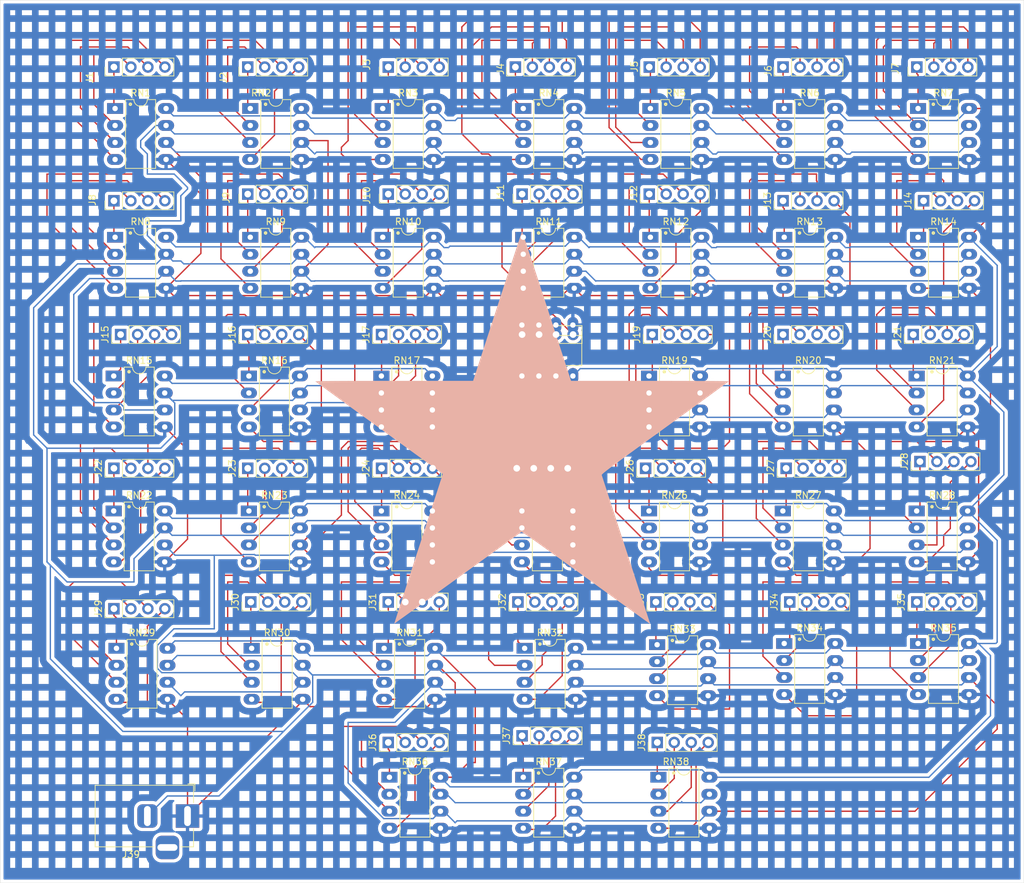
<source format=kicad_pcb>
(kicad_pcb (version 20240108) (generator "pcbnew") (generator_version "8.0")
  (layers (0 "F.Cu" signal) (31 "B.Cu" signal) (34 "B.Paste" user) (35 "F.Paste" user) (36 "B.SilkS" user "B.Silkscreen") (37 "F.SilkS" user "F.Silkscreen") (38 "B.Mask" user) (39 "F.Mask" user) (44 "Edge.Cuts" user))
  (net 0 "")
  (net 1 "Vss")
  (net 2 "Vren")
  (net 3 "Rxd1")
  (net 4 "Vbb")
  (net 5 "WAKEUP1")
  (net 6 "CS1")
  (net 7 "Txd1")
  (net 8 "WAKEUP5")
  (net 9 "Txd5")
  (net 10 "WAKEUP6")
  (net 11 "CS6")
  (net 12 "Txd6")
  (net 13 "Rxd6")
  (net 14 "Lbus1")
  (net 15 "CS2")
  (net 16 "WAKEUP2")
  (net 17 "Txd2")
  (net 18 "Rxd2")
  (net 19 "CS3")
  (net 20 "Rxd3")
  (net 21 "WAKEUP3")
  (net 22 "Txd3")
  (net 23 "CS4")
  (net 24 "Txd4")
  (net 25 "WAKEUP4")
  (net 26 "Rxd4")
  (net 27 "CS5")
  (net 28 "Rxd5")
  (net 29 "CS7")
  (net 30 "WAKEUP7")
  (net 31 "Txd7")
  (net 32 "Rxd7")
  (net 33 "WAKEUP8")
  (net 34 "CS8")
  (net 35 "Txd8")
  (net 36 "Rxd8")
  (net 37 "WAKEUP9")
  (net 38 "Rxd9")
  (net 39 "CS9")
  (net 40 "Txd9")
  (net 41 "Txd10")
  (net 42 "WAKEUP10")
  (net 43 "CS10")
  (net 44 "Rxd10")
  (net 45 "Txd11")
  (net 46 "WAKEUP11")
  (net 47 "CS11")
  (net 48 "Rxd11")
  (net 49 "Rxd12")
  (net 50 "WAKEUP12")
  (net 51 "Txd12")
  (net 52 "CS12")
  (net 53 "WAKEUP13")
  (net 54 "Rxd13")
  (net 55 "CS13")
  (net 56 "Txd13")
  (net 57 "CS14")
  (net 58 "Rxd14")
  (net 59 "Txd14")
  (net 60 "WAKEUP14")
  (net 61 "Txd15")
  (net 62 "WAKEUP15")
  (net 63 "Rxd15")
  (net 64 "CS15")
  (net 65 "Txd16")
  (net 66 "WAKEUP16")
  (net 67 "CS16")
  (net 68 "Rxd16")
  (net 69 "Txd17")
  (net 70 "WAKEUP17")
  (net 71 "Rxd17")
  (net 72 "CS17")
  (net 73 "Txd18")
  (net 74 "Rxd18")
  (net 75 "CS18")
  (net 76 "WAKEUP18")
  (net 77 "CS19")
  (net 78 "WAKEUP19")
  (net 79 "Rxd19")
  (net 80 "Txd19")
  (net 81 "Txd20")
  (net 82 "Rxd20")
  (net 83 "CS20")
  (net 84 "WAKEUP20")
  (net 85 "WAKEUP21")
  (net 86 "Txd21")
  (net 87 "Rxd21")
  (net 88 "CS21")
  (net 89 "Txd22")
  (net 90 "WAKEUP22")
  (net 91 "Rxd22")
  (net 92 "CS22")
  (net 93 "WAKEUP23")
  (net 94 "Rxd23")
  (net 95 "CS23")
  (net 96 "Txd23")
  (net 97 "WAKEUP24")
  (net 98 "CS24")
  (net 99 "Rxd24")
  (net 100 "Txd24")
  (net 101 "Rxd25")
  (net 102 "CS25")
  (net 103 "Txd25")
  (net 104 "WAKEUP25")
  (net 105 "Txd26")
  (net 106 "WAKEUP26")
  (net 107 "CS26")
  (net 108 "Rxd26")
  (net 109 "Rxd32")
  (net 110 "CS32")
  (net 111 "Txd32")
  (net 112 "WAKEUP32")
  (net 113 "Txd28")
  (net 114 "WAKEUP28")
  (net 115 "CS28")
  (net 116 "Rxd28")
  (net 117 "CS29")
  (net 118 "Rxd29")
  (net 119 "Txd29")
  (net 120 "WAKEUP29")
  (net 121 "WAKEUP30")
  (net 122 "Txd30")
  (net 123 "CS30")
  (net 124 "Rxd30")
  (net 125 "Rxd31")
  (net 126 "Txd31")
  (net 127 "WAKEUP31")
  (net 128 "CS31")
  (net 129 "Txd33")
  (net 130 "WAKEUP33")
  (net 131 "CS33")
  (net 132 "Rxd33")
  (net 133 "Txd34")
  (net 134 "WAKEUP34")
  (net 135 "CS34")
  (net 136 "Rxd34")
  (net 137 "Rxd35")
  (net 138 "Txd35")
  (net 139 "CS35")
  (net 140 "WAKEUP35")
  (net 141 "CS36")
  (net 142 "WAKEUP36")
  (net 143 "Rxd36")
  (net 144 "Txd36")
  (net 145 "WAKEUP37")
  (net 146 "Txd37")
  (net 147 "Rxd37")
  (net 148 "CS37")
  (net 149 "Lbus2")
  (net 150 "Lbus3")
  (net 152 "CS38")
  (net 153 "Txd38")
  (net 154 "Rxd38")
  (net 155 "WAKEUP38")
  (net 156 "Rxd27")
  (net 157 "WAKEUP27")
  (net 158 "Txd27")
  (net 159 "CS27")
  (footprint "Connector_BarrelJack:BarrelJack_Horizontal" (layer "F.Cu") (at 95 151)
    (property "Reference" "J39")
    (property "Value" "Barrel_2.0mmPin_PJ064")
  )
  (footprint "PCM_Package_DIP_AKL:DIP-8_W7.62mm_LongPads" (layer "F.Cu") (at 184.175 125.2)
    (property "Reference" "RN34")
    (property "Value" "R_Pack_DIP-8" (hide yes))
  )
  (footprint "PCM_Package_DIP_AKL:DIP-8_W7.62mm_LongPads" (layer "F.Cu") (at 204.175 64.45)
    (property "Reference" "RN14")
    (property "Value" "R_Pack_DIP-8" (hide yes))
  )
  (footprint "PCM_Package_DIP_AKL:DIP-8_W7.62mm_LongPads" (layer "F.Cu") (at 184.175 45.2)
    (property "Reference" "RN6")
    (property "Value" "R_Pack_DIP-8" (hide yes))
  )
  (footprint "Connector_PinHeader_2.54mm:PinHeader_1x04_P2.54mm_Vertical" (layer "F.Cu") (at 165 119 90)
    (property "Reference" "J33")
    (property "Value" "PINHD_1x4_Male")
  )
  (footprint "Connector_PinHeader_2.54mm:PinHeader_1x04_P2.54mm_Vertical" (layer "F.Cu") (at 144.38 119 90)
    (property "Reference" "J32")
    (property "Value" "PINHD_1x4_Male")
  )
  (footprint "Connector_PinHeader_2.54mm:PinHeader_1x04_P2.54mm_Vertical" (layer "F.Cu") (at 104 58 90)
    (property "Reference" "J9")
    (property "Value" "PINHD_1x4_Male")
  )
  (footprint "Connector_PinHeader_2.54mm:PinHeader_1x04_P2.54mm_Vertical" (layer "F.Cu") (at 184.46 99 90)
    (property "Reference" "J27")
    (property "Value" "PINHD_1x4_Male")
  )
  (footprint "PCM_Package_DIP_AKL:DIP-8_W7.62mm_LongPads" (layer "F.Cu") (at 123.97 105.38)
    (property "Reference" "RN24")
    (property "Value" "R_Pack_DIP-8" (hide yes))
  )
  (footprint "Connector_PinHeader_2.54mm:PinHeader_1x04_P2.54mm_Vertical" (layer "F.Cu") (at 84 120 90)
    (property "Reference" "J29")
    (property "Value" "PINHD_1x4_Male")
  )
  (footprint "Connector_PinHeader_2.54mm:PinHeader_1x04_P2.54mm_Vertical" (layer "F.Cu") (at 84 39 90)
    (property "Reference" "J1")
    (property "Value" "PINHD_1x4_Male")
  )
  (footprint "PCM_Package_DIP_AKL:DIP-8_W7.62mm_LongPads" (layer "F.Cu") (at 145.38 125.92)
    (property "Reference" "RN32")
    (property "Value" "R_Pack_DIP-8" (hide yes))
  )
  (footprint "PCM_Package_DIP_AKL:DIP-8_W7.62mm_LongPads" (layer "F.Cu") (at 184.175 64.45)
    (property "Reference" "RN13")
    (property "Value" "R_Pack_DIP-8" (hide yes))
  )
  (footprint "Connector_PinHeader_2.54mm:PinHeader_1x04_P2.54mm_Vertical" (layer "F.Cu") (at 104 79 90)
    (property "Reference" "J16")
    (property "Value" "PINHD_1x4_Male")
  )
  (footprint "PCM_Package_DIP_AKL:DIP-8_W7.62mm_LongPads" (layer "F.Cu") (at 104.175 105.38)
    (property "Reference" "RN23")
    (property "Value" "R_Pack_DIP-8" (hide yes))
  )
  (footprint "PCM_Package_DIP_AKL:DIP-8_W7.62mm_LongPads" (layer "F.Cu") (at 144.97 85.2 90)
    (property "Reference" "RN18")
    (property "Value" "R_Pack_DIP-8" (hide yes))
  )
  (footprint "PCM_Package_DIP_AKL:DIP-8_W7.62mm_LongPads" (layer "F.Cu") (at 145.175 145.2)
    (property "Reference" "RN37")
    (property "Value" "R_Pack_DIP-8" (hide yes))
  )
  (footprint "PCM_Package_DIP_AKL:DIP-8_W7.62mm_LongPads" (layer "F.Cu") (at 164.175 64.45)
    (property "Reference" "RN12")
    (property "Value" "R_Pack_DIP-8" (hide yes))
  )
  (footprint "Connector_PinHeader_2.54mm:PinHeader_1x04_P2.54mm_Vertical" (layer "F.Cu") (at 144 39 90)
    (property "Reference" "J4")
    (property "Value" "PINHD_1x4_Male")
  )
  (footprint "Connector_PinHeader_2.54mm:PinHeader_1x04_P2.54mm_Vertical" (layer "F.Cu") (at 205 59 90)
    (property "Reference" "J14")
    (property "Value" "PINHD_1x4_Male")
  )
  (footprint "Connector_PinHeader_2.54mm:PinHeader_1x04_P2.54mm_Vertical" (layer "F.Cu") (at 163.46 99 90)
    (property "Reference" "J26")
    (property "Value" "PINHD_1x4_Male")
  )
  (footprint "PCM_Package_DIP_AKL:DIP-8_W7.62mm_LongPads" (layer "F.Cu") (at 84.175 45.2)
    (property "Reference" "RN1")
    (property "Value" "R_Pack_DIP-8" (hide yes))
  )
  (footprint "PCM_Package_DIP_AKL:DIP-8_W7.62mm_LongPads" (layer "F.Cu") (at 125.175 145.2)
    (property "Reference" "RN36")
    (property "Value" "R_Pack_DIP-8" (hide yes))
  )
  (footprint "Connector_PinHeader_2.54mm:PinHeader_1x04_P2.54mm_Vertical" (layer "F.Cu") (at 104 39 90)
    (property "Reference" "J2")
    (property "Value" "PINHD_1x4_Male")
  )
  (footprint "PCM_Package_DIP_AKL:DIP-8_W7.62mm_LongPads" (layer "F.Cu") (at 164.175 45.2)
    (property "Reference" "RN5")
    (property "Value" "R_Pack_DIP-8" (hide yes))
  )
  (footprint "PCM_Package_DIP_AKL:DIP-8_W7.62mm_LongPads" (layer "F.Cu") (at 163.97 85.2)
    (property "Reference" "RN19")
    (property "Value" "R_Pack_DIP-8" (hide yes))
  )
  (footprint "Connector_PinHeader_2.54mm:PinHeader_1x04_P2.54mm_Vertical" (layer "F.Cu") (at 204 119 90)
    (property "Reference" "J35")
    (property "Value" "PINHD_1x4_Male")
  )
  (footprint "PCM_Package_DIP_AKL:DIP-8_W7.62mm_LongPads" (layer "F.Cu") (at 123.97 85.2)
    (property "Reference" "RN17")
    (property "Value" "R_Pack_DIP-8" (hide yes))
  )
  (footprint "PCM_Package_DIP_AKL:DIP-8_W7.62mm_LongPads" (layer "F.Cu") (at 84.175 64.45)
    (property "Reference" "RN8")
    (property "Value" "R_Pack_DIP-8" (hide yes))
  )
  (footprint "Connector_PinHeader_2.54mm:PinHeader_1x04_P2.54mm_Vertical" (layer "F.Cu") (at 125 39 90)
    (property "Reference" "J3")
    (property "Value" "PINHD_1x4_Male")
  )
  (footprint "PCM_Package_DIP_AKL:DIP-8_W7.62mm_LongPads" (layer "F.Cu") (at 84.38 125.92)
    (property "Reference" "RN29")
    (property "Value" "R_Pack_DIP-8" (hide yes))
  )
  (footprint "Connector_PinHeader_2.54mm:PinHeader_1x04_P2.54mm_Vertical" (layer "F.Cu") (at 144.2 99 90)
    (property "Reference" "J25")
    (property "Value" "PINHD_1x4_Male")
  )
  (footprint "PCM_Package_DIP_AKL:DIP-8_W7.62mm_LongPads" (layer "F.Cu") (at 204.175 45.2)
    (property "Reference" "RN7")
    (property "Value" "R_Pack_DIP-8" (hide yes))
  )
  (footprint "Connector_PinHeader_2.54mm:PinHeader_1x04_P2.54mm_Vertical" (layer "F.Cu") (at 164.46 79 90)
    (property "Reference" "J19")
    (property "Value" "PINHD_1x4_Male")
  )
  (footprint "PCM_Package_DIP_AKL:DIP-8_W7.62mm_LongPads" (layer "F.Cu") (at 203.97 85.2)
    (property "Reference" "RN21")
    (property "Value" "R_Pack_DIP-8" (hide yes))
  )
  (footprint "Connector_PinHeader_2.54mm:PinHeader_1x04_P2.54mm_Vertical" (layer "F.Cu") (at 184 79 90)
    (property "Reference" "J20")
    (property "Value" "PINHD_1x4_Male")
  )
  (footprint "Connector_PinHeader_2.54mm:PinHeader_1x04_P2.54mm_Vertical" (layer "F.Cu") (at 145 58 90)
    (property "Reference" "J11")
    (property "Value" "PINHD_1x4_Male")
  )
  (footprint "Connector_PinHeader_2.54mm:PinHeader_1x04_P2.54mm_Vertical" (layer "F.Cu") (at 204 39 90)
    (property "Reference" "J7")
    (property "Value" "PINHD_1x4_Male")
  )
  (footprint "PCM_Package_DIP_AKL:DIP-8_W7.62mm_LongPads" (layer "F.Cu") (at 104.38 45.2)
    (property "Reference" "RN2")
    (property "Value" "R_Pack_DIP-8" (hide yes))
  )
  (footprint "PCM_Package_DIP_AKL:DIP-8_W7.62mm_LongPads" (layer "F.Cu") (at 165.375 145.2)
    (property "Reference" "RN38")
    (property "Value" "R_Pack_DIP-8" (hide yes))
  )
  (footprint "Connector_PinHeader_2.54mm:PinHeader_1x04_P2.54mm_Vertical" (layer "F.Cu") (at 184 59 90)
    (property "Reference" "J13")
    (property "Value" "PINHD_1x4_Male")
  )
  (footprint "PCM_Package_DIP_AKL:DIP-8_W7.62mm_LongPads" (layer "F.Cu") (at 203.97 105.38)
    (property "Reference" "RN28")
    (property "Value" "R_Pack_DIP-8" (hide yes))
  )
  (footprint "PCM_Package_DIP_AKL:DIP-8_W7.62mm_LongPads" (layer "F.Cu") (at 183.97 105.38)
    (property "Reference" "RN27")
    (property "Value" "R_Pack_DIP-8" (hide yes))
  )
  (footprint "PCM_Package_DIP_AKL:DIP-8_W7.62mm_LongPads" (layer "F.Cu") (at 144.97 105.38)
    (property "Reference" "RN25")
    (property "Value" "R_Pack_DIP-8" (hide yes))
  )
  (footprint "Connector_PinHeader_2.54mm:PinHeader_1x04_P2.54mm_Vertical" (layer "F.Cu") (at 164 39 90)
    (property "Reference" "J5")
    (property "Value" "PINHD_1x4_Male")
  )
  (footprint "PCM_Package_DIP_AKL:DIP-8_W7.62mm_LongPads" (layer "F.Cu") (at 183.97 85.2)
    (property "Reference" "RN20")
    (property "Value" "R_Pack_DIP-8" (hide yes))
  )
  (footprint "Connector_PinHeader_2.54mm:PinHeader_1x04_P2.54mm_Vertical" (layer "F.Cu") (at 125 140 90)
    (property "Reference" "J36")
    (property "Value" "PINHD_1x4_Male")
  )
  (footprint "PCM_Package_DIP_AKL:DIP-8_W7.62mm_LongPads" (layer "F.Cu") (at 204.175 125.2)
    (property "Reference" "RN35")
    (property "Value" "R_Pack_DIP-8" (hide yes))
  )
  (footprint "Connector_PinHeader_2.54mm:PinHeader_1x04_P2.54mm_Vertical" (layer "F.Cu") (at 124 99 90)
    (property "Reference" "J24")
    (property "Value" "PINHD_1x4_Male")
  )
  (footprint "PCM_Package_DIP_AKL:DIP-8_W7.62mm_LongPads" (layer "F.Cu") (at 124.175 45.2)
    (property "Reference" "RN3")
    (property "Value" "R_Pack_DIP-8" (hide yes))
  )
  (footprint "Connector_PinHeader_2.54mm:PinHeader_1x04_P2.54mm_Vertical" (layer "F.Cu") (at 145 139 90)
    (property "Reference" "J37")
    (property "Value" "PINHD_1x4_Male")
  )
  (footprint "Connector_PinHeader_2.54mm:PinHeader_1x04_P2.54mm_Vertical" (layer "F.Cu") (at 204.46 98 90)
    (property "Reference" "J28")
    (property "Value" "PINHD_1x4_Male")
  )
  (footprint "PCM_Package_DIP_AKL:DIP-8_W7.62mm_LongPads" (layer "F.Cu") (at 145.175 64.45)
    (property "Reference" "RN11")
    (property "Value" "R_Pack_DIP-8" (hide yes))
  )
  (footprint "PCM_Package_DIP_AKL:DIP-8_W7.62mm_LongPads" (layer "F.Cu") (at 165.18 125.38)
    (property "Reference" "RN33")
    (property "Value" "R_Pack_DIP-8" (hide yes))
  )
  (footprint "PCM_Package_DIP_AKL:DIP-8_W7.62mm_LongPads" (layer "F.Cu") (at 83.97 105.38)
    (property "Reference" "RN22")
    (property "Value" "R_Pack_DIP-8" (hide yes))
  )
  (footprint "Connector_PinHeader_2.54mm:PinHeader_1x04_P2.54mm_Vertical" (layer "F.Cu") (at 85 79 90)
    (property "Reference" "J15")
    (property "Value" "PINHD_1x4_Male")
  )
  (footprint "Connector_PinHeader_2.54mm:PinHeader_1x04_P2.54mm_Vertical" (layer "F.Cu") (at 185 119 90)
    (property "Reference" "J34")
    (property "Value" "PINHD_1x4_Male")
  )
  (footprint "PCM_Package_DIP_AKL:DIP-8_W7.62mm_LongPads" (layer "F.Cu") (at 104.175 85.2)
    (property "Reference" "RN16")
    (property "Value" "R_Pack_DIP-8" (hide yes))
  )
  (footprint "Connector_PinHeader_2.54mm:PinHeader_1x04_P2.54mm_Vertical" (layer "F.Cu") (at 125 58 90)
    (property "Reference" "J10")
    (property "Value" "PINHD_1x4_Male")
  )
  (footprint "Connector_PinHeader_2.54mm:PinHeader_1x04_P2.54mm_Vertical" (layer "F.Cu") (at 124 79 90)
    (property "Reference" "J17")
    (property "Value" "PINHD_1x4_Male")
  )
  (footprint "Connector_PinHeader_2.54mm:PinHeader_1x04_P2.54mm_Vertical" (layer "F.Cu") (at 184 39 90)
    (property "Reference" "J6")
    (property "Value" "PINHD_1x4_Male")
  )
  (footprint "Connector_PinHeader_2.54mm:PinHeader_1x04_P2.54mm_Vertical" (layer "F.Cu") (at 145 79 90)
    (property "Reference" "J18")
    (property "Value" "PINHD_1x4_Male")
  )
  (footprint "PCM_Package_DIP_AKL:DIP-8_W7.62mm_LongPads" (layer "F.Cu") (at 104.38 64.45)
    (property "Reference" "RN9")
    (property "Value" "R_Pack_DIP-8" (hide yes))
  )
  (footprint "PCM_Package_DIP_AKL:DIP-8_W7.62mm_LongPads" (layer "F.Cu") (at 124.175 64.45)
    (property "Reference" "RN10")
    (property "Value" "R_Pack_DIP-8" (hide yes))
  )
  (footprint "Connector_PinHeader_2.54mm:PinHeader_1x04_P2.54mm_Vertical" (layer "F.Cu") (at 104 99 90)
    (property "Reference" "J23")
    (property "Value" "PINHD_1x4_Male")
  )
  (footprint "Connector_PinHeader_2.54mm:PinHeader_1x04_P2.54mm_Vertical" (layer "F.Cu") (at 84 59 90)
    (property "Reference" "J8")
    (property "Value" "PINHD_1x4_Male")
  )
  (footprint "Connector_PinHeader_2.54mm:PinHeader_1x04_P2.54mm_Vertical" (layer "F.Cu") (at 104.46 119 90)
    (property "Reference" "J30")
    (property "Value" "PINHD_1x4_Male")
  )
  (footprint "Connector_PinHeader_2.54mm:PinHeader_1x04_P2.54mm_Vertical" (layer "F.Cu") (at 203.46 79 90)
    (property "Reference" "J21")
    (property "Value" "PINHD_1x4_Male")
  )
  (footprint "PCM_Package_DIP_AKL:DIP-8_W7.62mm_LongPads" (layer "F.Cu") (at 83.97 85.2)
    (property "Reference" "RN15")
    (property "Value" "R_Pack_DIP-8" (hide yes))
  )
  (footprint "Connector_PinHeader_2.54mm:PinHeader_1x04_P2.54mm_Vertical" (layer "F.Cu") (at 165.2 140 90)
    (property "Reference" "J38")
    (property "Value" "PINHD_1x4_Male")
  )
  (footprint "Connector_PinHeader_2.54mm:PinHeader_1x04_P2.54mm_Vertical" (layer "F.Cu") (at 164 58 90)
    (property "Reference" "J12")
    (property "Value" "PINHD_1x4_Male")
  )
  (footprint "PCM_Package_DIP_AKL:DIP-8_W7.62mm_LongPads" (layer "F.Cu") (at 104.585 125.92)
    (property "Reference" "RN30")
    (property "Value" "R_Pack_DIP-8" (hide yes))
  )
  (footprint "Connector_PinHeader_2.54mm:PinHeader_1x04_P2.54mm_Vertical" (layer "F.Cu") (at 125 119 90)
    (property "Reference" "J31")
    (property "Value" "PINHD_1x4_Male")
  )
  (footprint "Connector_PinHeader_2.54mm:PinHeader_1x04_P2.54mm_Vertical" (layer "F.Cu") (at 84 99 90)
    (property "Reference" "J22")
    (property "Value" "PINHD_1x4_Male")
  )
  (footprint "PCM_Package_DIP_AKL:DIP-8_W7.62mm_LongPads" (layer "F.Cu") (at 145.175 45.2)
    (property "Reference" "RN4")
    (property "Value" "R_Pack_DIP-8" (hide yes))
  )
  (footprint "PCM_Package_DIP_AKL:DIP-8_W7.62mm_LongPads" (layer "F.Cu") (at 124.38 125.92)
    (property "Reference" "RN31")
    (property "Value" "R_Pack_DIP-8" (hide yes))
  )
  (footprint "PCM_Package_DIP_AKL:DIP-8_W7.62mm_LongPads" (layer "F.Cu") (at 163.97 105.38)
    (property "Reference" "RN26")
    (property "Value" "R_Pack_DIP-8" (hide yes))
  )
  (footprint "EG1218:VN" (layer "B.Cu") (at 145 96 180)
    (property "Reference" "G***")
    (property "Value" "LOGO" (hide yes))
  )
  (gr_rect (start 67 29) (end 220 161) (stroke (width 0.05)) (fill none) (layer "Edge.Cuts"))
  (segment (start 213.23 111.36) (end 211.59 113) (width 0.2) (layer "F.Cu") (net 1))
  (segment (start 152.795 72.07) (end 152.07 72.07) (width 0.2) (layer "F.Cu") (net 1))
  (segment (start 91.59 92.82) (end 95 96.23) (width 0.2) (layer "F.Cu") (net 1))
  (segment (start 113.1 73.17) (end 112 72.07) (width 0.2) (layer "F.Cu") (net 1))
  (segment (start 113.305 134.64) (end 130.9 134.64) (width 0.2) (layer "F.Cu") (net 1))
  (segment (start 92.895 73.17) (end 91.795 72.07) (width 0.2) (layer "F.Cu") (net 1))
  (segment (start 193.37 94.6) (end 191.59 92.82) (width 0.2) (layer "F.Cu") (net 1))
  (segment (start 171.795 72.07) (end 170.695 73.17) (width 0.2) (layer "F.Cu") (net 1))
  (segment (start 95 151) (end 95 136.54) (width 0.2) (layer "F.Cu") (net 1))
  (segment (start 211.795 72.07) (end 215 75.275) (width 0.2) (layer "F.Cu") (net 1))
  (segment (start 190.695 70.97) (end 172.895 70.97) (width 0.2) (layer "F.Cu") (net 1))
  (segment (start 153.895 73.17) (end 152.795 72.07) (width 0.2) (layer "F.Cu") (net 1))
  (segment (start 215 93) (end 214.82 92.82) (width 0.2) (layer "F.Cu") (net 1))
  (segment (start 112.205 133.54) (end 113.305 134.64) (width 0.2) (layer "F.Cu") (net 1))
  (segment (start 112.205 133.795) (end 112.205 133.54) (width 0.2) (layer "F.Cu") (net 1))
  (segment (start 209.41 95) (end 204.565686 95) (width 0.2) (layer "F.Cu") (net 1))
  (segment (start 91.795 72.07) (end 97 66.865) (width 0.2) (layer "F.Cu") (net 1))
  (segment (start 204.165686 94.6) (end 193.37 94.6) (width 0.2) (layer "F.Cu") (net 1))
  (segment (start 97 58.025) (end 91.795 52.82) (width 0.2) (layer "F.Cu") (net 1))
  (segment (start 215 75.275) (end 215 93) (width 0.2) (layer "F.Cu") (net 1))
  (segment (start 191.795 72.07) (end 190.695 70.97) (width 0.2) (layer "F.Cu") (net 1))
  (segment (start 170.695 73.17) (end 153.895 73.17) (width 0.2) (layer "F.Cu") (net 1))
  (segment (start 95 151) (end 112.205 133.795) (width 0.2) (layer "F.Cu") (net 1))
  (segment (start 95 96.23) (end 95 109.59) (width 0.2) (layer "F.Cu") (net 1))
  (segment (start 211.59 92.82) (end 209.41 95) (width 0.2) (layer "F.Cu") (net 1))
  (segment (start 211.59 92.82) (end 213.23 94.46) (width 0.2) (layer "F.Cu") (net 1))
  (segment (start 131.795 72.07) (end 130.695 73.17) (width 0.2) (layer "F.Cu") (net 1))
  (segment (start 152.07 72.07) (end 150.97 73.17) (width 0.2) (layer "F.Cu") (net 1))
  (segment (start 172.895 70.97) (end 171.795 72.07) (width 0.2) (layer "F.Cu") (net 1))
  (segment (start 130.9 134.64) (end 132 133.54) (width 0.2) (layer "F.Cu") (net 1))
  (segment (start 130.695 73.17) (end 113.1 73.17) (width 0.2) (layer "F.Cu") (net 1))
  (segment (start 150.97 73.17) (end 132.895 73.17) (width 0.2) (layer "F.Cu") (net 1))
  (segment (start 132.895 73.17) (end 131.795 72.07) (width 0.2) (layer "F.Cu") (net 1))
  (segment (start 95 136.54) (end 92 133.54) (width 0.2) (layer "F.Cu") (net 1))
  (segment (start 213.23 94.46) (end 213.23 111.36) (width 0.2) (layer "F.Cu") (net 1))
  (segment (start 214.82 92.82) (end 211.59 92.82) (width 0.2) (layer "F.Cu") (net 1))
  (segment (start 112.205 133.54) (end 111 133.54) (width 0.2) (layer "F.Cu") (net 1))
  (segment (start 97 66.865) (end 97 58.025) (width 0.2) (layer "F.Cu") (net 1))
  (segment (start 204.565686 95) (end 204.165686 94.6) (width 0.2) (layer "F.Cu") (net 1))
  (segment (start 110.9 73.17) (end 92.895 73.17) (width 0.2) (layer "F.Cu") (net 1))
  (segment (start 112 72.07) (end 110.9 73.17) (width 0.2) (layer "F.Cu") (net 1))
  (segment (start 95 109.59) (end 91.59 113) (width 0.2) (layer "F.Cu") (net 1))
  (segment (start 91.795 72.795) (end 91.795 72.07) (width 0.2) (layer "B.Cu") (net 1))
  (segment (start 91.59 92.82) (end 91.59 93.59) (width 0.2) (layer "B.Cu") (net 1))
  (segment (start 138 131.92) (end 138 143) (width 0.2) (layer "F.Cu") (net 2))
  (segment (start 138 143) (end 137 143) (width 0.2) (layer "F.Cu") (net 2))
  (segment (start 132 125.92) (end 138 131.92) (width 0.2) (layer "F.Cu") (net 2))
  (segment (start 211.795 64.45) (end 215 61.245) (width 0.2) (layer "F.Cu") (net 2))
  (segment (start 215 45.2) (end 211.795 45.2) (width 0.2) (layer "F.Cu") (net 2))
  (segment (start 137 143) (end 134.8 145.2) (width 0.2) (layer "F.Cu") (net 2))
  (segment (start 134.8 145.2) (end 132.795 145.2) (width 0.2) (layer "F.Cu") (net 2))
  (segment (start 215 61.245) (end 215 45.2) (width 0.2) (layer "F.Cu") (net 2))
  (segment (start 153.9 126.82) (end 171.36 126.82) (width 0.2) (layer "B.Cu") (net 2))
  (segment (start 133.1 127.02) (end 151.9 127.02) (width 0.2) (layer "B.Cu") (net 2))
  (segment (start 191.59 105.38) (end 190.49 104.28) (width 0.2) (layer "B.Cu") (net 2))
  (segment (start 216 125) (end 215.8 125.2) (width 0.2) (layer "B.Cu") (net 2))
  (segment (start 112 45.2) (end 113.44 46.64) (width 0.2) (layer "B.Cu") (net 2))
  (segment (start 113.44 46.64) (end 130.355 46.64) (width 0.2) (layer "B.Cu") (net 2))
  (segment (start 192.69 84.1) (end 210.49 84.1) (width 0.2) (layer "B.Cu") (net 2))
  (segment (start 170.355 46.64) (end 171.795 45.2) (width 0.2) (layer "B.Cu") (net 2))
  (segment (start 191.795 125.2) (end 192.895 126.3) (width 0.2) (layer "B.Cu") (net 2))
  (segment (start 151.355 146.64) (end 134.235 146.64) (width 0.2) (layer "B.Cu") (net 2))
  (segment (start 110.56 65.89) (end 112 64.45) (width 0.2) (layer "B.Cu") (net 2))
  (segment (start 211.59 105.38) (end 210.15 106.82) (width 0.2) (layer "B.Cu") (net 2))
  (segment (start 152.795 45.2) (end 154.235 46.64) (width 0.2) (layer "B.Cu") (net 2))
  (segment (start 111.105 124.82) (end 112.205 125.92) (width 0.2) (layer "B.Cu") (net 2))
  (segment (start 191.59 85.2) (end 192.69 84.1) (width 0.2) (layer "B.Cu") (net 2))
  (segment (start 171.795 64.45) (end 173.345 66) (width 0.2) (layer "B.Cu") (net 2))
  (segment (start 91.59 85.2) (end 92.69 86.3) (width 0.2) (layer "B.Cu") (net 2))
  (segment (start 173.235 46.64) (end 177.64 46.64) (width 0.2) (layer "B.Cu") (net 2))
  (segment (start 112.205 125.92) (end 113.305 127.02) (width 0.2) (layer "B.Cu") (net 2))
  (segment (start 92.69 106.48) (end 91.59 105.38) (width 0.2) (layer "B.Cu") (net 2))
  (segment (start 91.795 64.45) (end 93.235 65.89) (width 0.2) (layer "B.Cu") (net 2))
  (segment (start 190.355 65.89) (end 191.795 64.45) (width 0.2) (layer "B.Cu") (net 2))
  (segment (start 171.895 144.1) (end 172.995 145.2) (width 0.2) (layer "B.Cu") (net 2))
  (segment (start 112 64.45) (end 112.45 64.45) (width 0.2) (layer "B.Cu") (net 2))
  (segment (start 190.355 46.64) (end 191.795 45.2) (width 0.2) (layer "B.Cu") (net 2))
  (segment (start 210.695 126.3) (end 211.795 125.2) (width 0.2) (layer "B.Cu") (net 2))
  (segment (start 171.59 105.38) (end 170.49 104.28) (width 0.2) (layer "B.Cu") (net 2))
  (segment (start 152.795 64.45) (end 153.45 64.45) (width 0.2) (layer "B.Cu") (net 2))
  (segment (start 171.36 126.82) (end 172.8 125.38) (width 0.2) (layer "B.Cu") (net 2))
  (segment (start 135.36 46.64) (end 151.355 46.64) (width 0.2) (layer "B.Cu") (net 2))
  (segment (start 170.49 84.1) (end 171.59 85.2) (width 0.2) (layer "B.Cu") (net 2))
  (segment (start 170.49 104.28) (end 153.69 104.28) (width 0.2) (layer "B.Cu") (net 2))
  (segment (start 151.9 127.02) (end 153 125.92) (width 0.2) (layer "B.Cu") (net 2))
  (segment (start 114.11 65.89) (end 130.355 65.89) (width 0.2) (layer "B.Cu") (net 2))
  (segment (start 131.59 85.2) (end 133.03 86.64) (width 0.2) (layer "B.Cu") (net 2))
  (segment (start 151.15 86.64) (end 152.59 85.2) (width 0.2) (layer "B.Cu") (net 2))
  (segment (start 114 66) (end 114.11 65.89) (width 0.2) (layer "B.Cu") (net 2))
  (segment (start 153 125.92) (end 153.9 126.82) (width 0.2) (layer "B.Cu") (net 2))
  (segment (start 131.795 45.2) (end 133.595 47) (width 0.2) (layer "B.Cu") (net 2))
  (segment (start 178.36 46.64) (end 190.355 46.64) (width 0.2) (layer "B.Cu") (net 2))
  (segment (start 92.895 46.3) (end 110.9 46.3) (width 0.2) (layer "B.Cu") (net 2))
  (segment (start 217 90.61) (end 217 99.97) (width 0.2) (layer "B.Cu") (net 2))
  (segment (start 192.895 126.3) (end 210.695 126.3) (width 0.2) (layer "B.Cu") (net 2))
  (segment (start 110.695 106.48) (end 92.69 106.48) (width 0.2) (layer "B.Cu") (net 2))
  (segment (start 110.9 46.3) (end 112 45.2) (width 0.2) (layer "B.Cu") (net 2))
  (segment (start 93.1 124.82) (end 111.105 124.82) (width 0.2) (layer "B.Cu") (net 2))
  (segment (start 155.11 65.89) (end 170.355 65.89) (width 0.2) (layer "B.Cu") (net 2))
  (segment (start 215.8 125.2) (end 211.795 125.2) (width 0.2) (layer "B.Cu") (net 2))
  (segment (start 216 109.79) (end 216 125) (width 0.2) (layer "B.Cu") (net 2))
  (segment (start 213.2 125.2) (end 211.795 125.2) (width 0.2) (layer "B.Cu") (net 2))
  (segment (start 151.465 65.78) (end 152.795 64.45) (width 0.2) (layer "B.Cu") (net 2))
  (segment (start 111.795 105.38) (end 112.895 104.28) (width 0.2) (layer "B.Cu") (net 2))
  (segment (start 191.795 45.2) (end 193.595 47) (width 0.2) (layer "B.Cu") (net 2))
  (segment (start 135 47) (end 135.36 46.64) (width 0.2) (layer "B.Cu") (net 2))
  (segment (start 174.06 126.64) (end 190.355 126.64) (width 0.2) (layer "B.Cu") (net 2))
  (segment (start 152.59 105.38) (end 151.21 104) (width 0.2) (layer "B.Cu") (net 2))
  (segment (start 211.59 85.2) (end 217 90.61) (width 0.2) (layer "B.Cu") (net 2))
  (segment (start 205.390635 47) (end 209.995 47) (width 0.2) (layer "B.Cu") (net 2))
  (segment (start 112.895 104.28) (end 130.49 104.28) (width 0.2) (layer "B.Cu") (net 2))
  (segment (start 153.45 64.45) (end 155 66) (width 0.2) (layer "B.Cu") (net 2))
  (segment (start 91.795 45.2) (end 92.895 46.3) (width 0.2) (layer "B.Cu") (net 2))
  (segment (start 153.69 104.28) (end 152.59 105.38) (width 0.2) (layer "B.Cu") (net 2))
  (segment (start 92.69 86.3) (end 110.695 86.3) (width 0.2) (layer "B.Cu") (net 2))
  (segment (start 130.355 65.89) (end 131.795 64.45) (width 0.2) (layer "B.Cu") (net 2))
  (segment (start 112.45 64.45) (end 114 66) (width 0.2) (layer "B.Cu") (net 2))
  (segment (start 177.64 46.64) (end 178 47) (width 0.2) (layer "B.Cu") (net 2))
  (segment (start 211.795 64.45) (end 216 68.655) (width 0.2) (layer "B.Cu") (net 2))
  (segment (start 110.695 86.3) (end 111.795 85.2) (width 0.2) (layer "B.Cu") (net 2))
  (segment (start 130.49 84.1) (end 131.59 85.2) (width 0.2) (layer "B.Cu") (net 2))
  (segment (start 170.355 65.89) (end 171.795 64.45) (width 0.2) (layer "B.Cu") (net 2))
  (segment (start 130.9 127.02) (end 132 125.92) (width 0.2) (layer "B.Cu") (net 2))
  (segment (start 132.97 104) (end 131.59 105.38) (width 0.2) (layer "B.Cu") (net 2))
  (segment (start 172.8 125.38) (end 174.06 126.64) (width 0.2) (layer "B.Cu") (net 2))
  (segment (start 132 125.92) (end 133.1 127.02) (width 0.2) (layer "B.Cu") (net 2))
  (segment (start 209.995 47) (end 211.795 45.2) (width 0.2) (layer "B.Cu") (net 2))
  (segment (start 216 68.655) (end 216 80.79) (width 0.2) (layer "B.Cu") (net 2))
  (segment (start 210.355 65.89) (end 211.795 64.45) (width 0.2) (layer "B.Cu") (net 2))
  (segment (start 191.795 64.45) (end 193.345 66) (width 0.2) (layer "B.Cu") (net 2))
  (segment (start 202.959365 47) (end 203.319365 46.64) (width 0.2) (layer "B.Cu") (net 2))
  (segment (start 111.795 105.38) (end 110.695 106.48) (width 0.2) (layer "B.Cu") (net 2))
  (segment (start 130.355 46.64) (end 131.795 45.2) (width 0.2) (layer "B.Cu") (net 2))
  (segment (start 217 99.97) (end 211.59 105.38) (width 0.2) (layer "B.Cu") (net 2))
  (segment (start 215 127) (end 213.2 125.2) (width 0.2) (layer "B.Cu") (net 2))
  (segment (start 171.795 45.2) (end 173.235 46.64) (width 0.2) (layer "B.Cu") (net 2))
  (segment (start 210.15 106.82) (end 193.03 106.82) (width 0.2) (layer "B.Cu") (net 2))
  (segment (start 112.895 84.1) (end 130.49 84.1) (width 0.2) (layer "B.Cu") (net 2))
  (segment (start 133.03 86.64) (end 151.15 86.64) (width 0.2) (layer "B.Cu") (net 2))
  (segment (start 152.795 145.2) (end 151.355 146.64) (width 0.2) (layer "B.Cu") (net 2))
  (segment (start 190.49 84.1) (end 191.59 85.2) (width 0.2) (layer "B.Cu") (net 2))
  (segment (start 130.49 104.28) (end 131.59 105.38) (width 0.2) (layer "B.Cu") (net 2))
  (segment (start 152.795 145.2) (end 153.895 144.1) (width 0.2) (layer "B.Cu") (net 2))
  (segment (start 172.69 104.28) (end 171.59 105.38) (width 0.2) (layer "B.Cu") (net 2))
  (segment (start 190.355 126.64) (end 191.795 125.2) (width 0.2) (layer "B.Cu") (net 2))
  (segment (start 133.345 66) (end 134 66) (width 0.2) (layer "B.Cu") (net 2))
  (segment (start 172.69 84.1) (end 190.49 84.1) (width 0.2) (layer "B.Cu") (net 2))
  (segment (start 211.59 105.38) (end 216 109.79) (width 0.2) (layer "B.Cu") (net 2))
  (segment (start 203.319365 46.64) (end 205.030635 46.64) (width 0.2) (layer "B.Cu") (net 2))
  (segment (start 190.49 104.28) (end 172.69 104.28) (width 0.2) (layer "B.Cu") (net 2))
  (segment (start 178 47) (end 178.36 46.64) (width 0.2) (layer "B.Cu") (net 2))
  (segment (start 205.030635 46.64) (end 205.390635 47) (width 0.2) (layer "B.Cu") (net 2))
  (segment (start 131.795 64.45) (end 133.345 66) (width 0.2) (layer "B.Cu") (net 2))
  (segment (start 153.69 84.1) (end 170.49 84.1) (width 0.2) (layer "B.Cu") (net 2))
  (segment (start 173.345 66) (end 174 66) (width 0.2) (layer "B.Cu") (net 2))
  (segment (start 193.595 47) (end 202.959365 47) (width 0.2) (layer "B.Cu") (net 2))
  (segment (start 92 125.92) (end 93.1 124.82) (width 0.2) (layer "B.Cu") (net 2))
  (segment (start 113.305 127.02) (end 130.9 127.02) (width 0.2) (layer "B.Cu") (net 2))
  (segment (start 151.355 46.64) (end 152.795 45.2) (width 0.2) (layer "B.Cu") (net 2))
  (segment (start 152.59 85.2) (end 153.69 84.1) (width 0.2) (layer "B.Cu") (net 2))
  (segment (start 205.8 145.2) (end 215 136) (width 0.2) (layer "B.Cu") (net 2))
  (segment (start 194.11 65.89) (end 210.355 65.89) (width 0.2) (layer "B.Cu") (net 2))
  (segment (start 154.235 46.64) (end 170.355 46.64) (width 0.2) (layer "B.Cu") (net 2))
  (segment (start 172.995 145.2) (end 205.8 145.2) (width 0.2) (layer "B.Cu") (net 2))
  (segment (start 215 136) (end 215 127) (width 0.2) (layer "B.Cu") (net 2))
  (segment (start 133.595 47) (end 135 47) (width 0.2) (layer "B.Cu") (net 2))
  (segment (start 134.22 65.78) (end 151.465 65.78) (width 0.2) (layer "B.Cu") (net 2))
  (segment (start 111.795 85.2) (end 112.895 84.1) (width 0.2) (layer "B.Cu") (net 2))
  (segment (start 171.59 85.2) (end 172.69 84.1) (width 0.2) (layer "B.Cu") (net 2))
  (segment (start 174 66) (end 174.11 65.89) (width 0.2) (layer "B.Cu") (net 2))
  (segment (start 93.235 65.89) (end 110.56 65.89) (width 0.2) (layer "B.Cu") (net 2))
  (segment (start 193.345 66) (end 194 66) (width 0.2) (layer "B.Cu") (net 2))
  (segment (start 134.235 146.64) (end 132.795 145.2) (width 0.2) (layer "B.Cu") (net 2))
  (segment (start 151.21 104) (end 132.97 104) (width 0.2) (layer "B.Cu") (net 2))
  (segment (start 194 66) (end 194.11 65.89) (width 0.2) (layer "B.Cu") (net 2))
  (segment (start 134 66) (end 134.22 65.78) (width 0.2) (layer "B.Cu") (net 2))
  (segment (start 210.49 84.1) (end 211.59 85.2) (width 0.2) (layer "B.Cu") (net 2))
  (segment (start 153.895 144.1) (end 171.895 144.1) (width 0.2) (layer "B.Cu") (net 2))
  (segment (start 193.03 106.82) (end 191.59 105.38) (width 0.2) (layer "B.Cu") (net 2))
  (segment (start 216 80.79) (end 211.59 85.2) (width 0.2) (layer "B.Cu") (net 2))
  (segment (start 155 66) (end 155.11 65.89) (width 0.2) (layer "B.Cu") (net 2))
  (segment (start 174.11 65.89) (end 190.355 65.89) (width 0.2) (layer "B.Cu") (net 2))
  (segment (start 84 45.025) (end 84.175 45.2) (width 0.2) (layer "F.Cu") (net 3))
  (segment (start 84 39) (end 84 45.025) (width 0.2) (layer "F.Cu") (net 3))
  (segment (start 132.795 147.74) (end 131 145.945) (width 0.2) (layer "F.Cu") (net 4))
  (segment (start 131 144) (end 133 142) (width 0.2) (layer "F.Cu") (net 4))
  (segment (start 131 145.945) (end 131 144) (width 0.2) (layer "F.Cu") (net 4))
  (segment (start 135 131.06) (end 132.4 128.46) (width 0.2) (layer "F.Cu") (net 4))
  (segment (start 135 142) (end 135 131.06) (width 0.2) (layer "F.Cu") (net 4))
  (segment (start 133 142) (end 135 142) (width 0.2) (layer "F.Cu") (net 4))
  (segment (start 132.4 128.46) (end 132 128.46) (width 0.2) (layer "F.Cu") (net 4))
  (segment (start 112.895 106.82) (end 130.49 106.82) (width 0.2) (layer "B.Cu") (net 4))
  (segment (start 89 64.195) (end 91.795 66.99) (width 0.2) (layer "B.Cu") (net 4))
  (segment (start 90.26 47.74) (end 88 50) (width 0.2) (layer "B.Cu") (net 4))
  (segment (start 94 58.246346) (end 94 62) (width 0.2) (layer "B.Cu") (net 4))
  (segment (start 88 51) (end 89 52) (width 0.2) (layer "B.Cu") (net 4))
  (segment (start 93.09 89.24) (end 91.59 87.74) (width 0.2) (layer "B.Cu") (net 4))
  (segment (start 168.84 148.84) (end 169 149) (width 0.2) (layer "B.Cu") (net 4))
  (segment (start 172.69 106.82) (end 190.49 106.82) (width 0.2) (layer "B.Cu") (net 4))
  (segment (start 190.535 49) (end 191.795 47.74) (width 0.2) (layer "B.Cu") (net 4))
  (segment (start 151.535 149) (end 152.795 147.74) (width 0.2) (layer "B.Cu") (net 4))
  (segment (start 74 113) (end 77 116) (width 0.2) (layer "B.Cu") (net 4))
  (segment (start 171.7 129.02) (end 172.8 127.92) (width 0.2) (layer "B.Cu") (net 4))
  (segment (start 91.795 47.74) (end 93.055 49) (width 0.2) (layer "B.Cu") (net 4))
  (segment (start 154.055 149) (end 171.735 149) (width 0.2) (layer "B.Cu") (net 4))
  (segment (start 94 68) (end 92.805 68) (width 0.2) (layer "B.Cu") (net 4))
  (segment (start 210.695 128.84) (end 211.795 127.74) (width 0.2) (layer "B.Cu") (net 4))
  (segment (start 191.59 87.74) (end 192.69 86.64) (width 0.2) (layer "B.Cu") (net 4))
  (segment (start 171.59 87.74) (end 172.69 86.64) (width 0.2) (layer "B.Cu") (net 4))
  (segment (start 99.700635 148) (end 92 148) (width 0.2) (layer "B.Cu") (net 4))
  (segment (start 91.795 66.99) (end 90.355 68.43) (width 0.2) (layer "B.Cu") (net 4))
  (segment (start 91.59 107.92) (end 92.69 109.02) (width 0.2) (layer "B.Cu") (net 4))
  (segment (start 152.59 107.92) (end 153.69 106.82) (width 0.2) (layer "B.Cu") (net 4))
  (segment (start 113.44 68.43) (end 112 66.99) (width 0.2) (layer "B.Cu") (net 4))
  (segment (start 130.49 106.82) (end 131.59 107.92) (width 0.2) (layer "B.Cu") (net 4))
  (segment (start 111.795 87.74) (end 112.895 86.64) (width 0.2) (layer "B.Cu") (net 4))
  (segment (start 89 52) (end 89 55) (width 0.2) (layer "B.Cu") (net 4))
  (segment (start 130.355 68.43) (end 113.44 68.43) (width 0.2) (layer "B.Cu") (net 4))
  (segment (start 132.795 147.74) (end 133.74 147.74) (width 0.2) (layer "B.Cu") (net 4))
  (segment (start 154.055 49) (end 170.535 49) (width 0.2) (layer "B.Cu") (net 4))
  (segment (start 170.33 89) (end 171.59 87.74) (width 0.2) (layer "B.Cu") (net 4))
  (segment (start 152.795 147.74) (end 154.055 149) (width 0.2) (layer "B.Cu") (net 4))
  (segment (start 133.03 109.36) (end 151.15 109.36) (width 0.2) (layer "B.Cu") (net 4))
  (segment (start 114 49) (end 130.535 49) (width 0.2) (layer "B.Cu") (net 4))
  (segment (start 92.805 68) (end 91.795 66.99) (width 0.2) (layer "B.Cu") (net 4))
  (segment (start 131.795 66.99) (end 130.355 68.43) (width 0.2) (layer "B.Cu") (net 4))
  (segment (start 170.355 68.43) (end 154.235 68.43) (width 0.2) (layer "B.Cu") (net 4))
  (segment (start 88 50) (end 88 51) (width 0.2) (layer "B.Cu") (net 4))
  (segment (start 172.69 86.64) (end 190.49 86.64) (width 0.2) (layer "B.Cu") (net 4))
  (segment (start 191.92 107.92) (end 193.02 109.02) (width 0.2) (layer "B.Cu") (net 4))
  (segment (start 110.695 109.02) (end 111.795 107.92) (width 0.2) (layer "B.Cu") (net 4))
  (segment (start 151.535 49) (end 152.795 47.74) (width 0.2) (layer "B.Cu") (net 4))
  (segment (start 133.1 129.56) (end 151.9 129.56) (width 0.2) (layer "B.Cu") (net 4))
  (segment (start 151.355 68.43) (end 133.235 68.43) (width 0.2) (layer "B.Cu") (net 4))
  (segment (start 130.56 129.9) (end 132 128.46) (width 0.2) (layer "B.Cu") (net 4))
  (segment (start 152.795 66.99) (end 151.355 68.43) (width 0.2) (layer "B.Cu") (net 4))
  (segment (start 131.795 47.74) (end 133.055 49) (width 0.2) (layer "B.Cu") (net 4))
  (segment (start 89 62) (end 89 64.195) (width 0.2) (layer "B.Cu") (net 4))
  (segment (start 210.535 49) (end 211.795 47.74) (width 0.2) (layer "B.Cu") (net 4))
  (segment (start 173.235 68.43) (end 171.795 66.99) (width 0.2) (layer "B.Cu") (net 4))
  (segment (start 210.49 86.64) (end 211.59 87.74) (width 0.2) (layer "B.Cu") (net 4))
  (segment (start 131.59 107.92) (end 133.03 109.36) (width 0.2) (layer "B.Cu") (net 4))
  (segment (start 193.055 49) (end 210.535 49) (width 0.2) (layer "B.Cu") (net 4))
  (segment (start 191.795 47.74) (end 193.055 49) (width 0.2) (layer "B.Cu") (net 4))
  (segment (start 110.74 49) (end 112 47.74) (width 0.2) (layer "B.Cu") (net 4))
  (segment (start 93.09 93.91) (end 93.09 89.24) (width 0.2) (layer "B.Cu") (net 4))
  (segment (start 171.59 107.92) (end 172.69 106.82) (width 0.2) (layer "B.Cu") (net 4))
  (segment (start 174 49) (end 190.535 49) (width 0.2) (layer "B.Cu") (net 4))
  (segment (start 90.355 68.43) (end 78.57 68.43) (width 0.2) (layer "B.Cu") (net 4))
  (segment (start 190.49 106.82) (end 191.59 107.92) (width 0.2) (layer "B.Cu") (net 4))
  (segment (start 130.49 86.64) (end 131.59 87.74) (width 0.2) (layer "B.Cu") (net 4))
  (segment (start 87 112.51) (end 91.59 107.92) (width 0.2) (layer "B.Cu") (net 4))
  (segment (start 93.46 127) (end 103.065 127) (width 0.2) (layer "B.Cu") (net 4))
  (segment (start 192.895 68.09) (end 191.795 66.99) (width 0.2) (layer "B.Cu") (net 4))
  (segment (start 92 128.46) (end 93.46 127) (width 0.2) (layer "B.Cu") (net 4))
  (segment (start 92.69 88.84) (end 110.695 88.84) (width 0.2) (layer "B.Cu") (net 4))
  (segment (start 93.055 49) (end 110.74 49) (width 0.2) (layer "B.Cu") (net 4))
  (segment (start 112.205 128.46) (end 113.645 129.9) (width 0.2) (layer "B.Cu") (net 4))
  (segment (start 95 57) (end 95 57.246346) (width 0.2) (layer "B.Cu") (net 4))
  (segment (start 193.02 109.02) (end 210.49 109.02) (width 0.2) (layer "B.Cu") (net 4))
  (segment (start 133.235 68.43) (end 131.795 66.99) (width 0.2) (layer "B.Cu") (net 4))
  (segment (start 192.895 128.84) (end 210.695 128.84) (width 0.2) (layer "B.Cu") (net 4))
  (segment (start 103.065 127) (end 103.085 127.02) (width 0.2) (layer "B.Cu") (net 4))
  (segment (start 171.735 149) (end 172.995 147.74) (width 0.2) (layer "B.Cu") (net 4))
  (segment (start 170.49 106.82) (end 171.59 107.92) (width 0.2) (layer "B.Cu") (net 4))
  (segment (start 74.5 113.5) (end 74.5 127.5) (width 0.2) (layer "B.Cu") (net 4))
  (segment (start 89 55) (end 93 55) (width 0.2) (layer "B.Cu") (net 4))
  (segment (start 92.69 109.02) (end 110.695 109.02) (width 0.2) (layer "B.Cu") (net 4))
  (segment (start 172.8 127.92) (end 173.72 128.84) (width 0.2) (layer "B.Cu") (net 4))
  (segment (start 91.795 47.74) (end 90.26 47.74) (width 0.2) (layer "B.Cu") (net 4))
  (segment (start 151.15 109.36) (end 152.59 107.92) (width 0.2) (layer "B.Cu") (net 4))
  (segment (start 95 57.246346) (end 94 58.246346) (width 0.2) (layer "B.Cu") (net 4))
  (segment (start 191.795 127.74) (end 192.895 128.84) (width 0.2) (layer "B.Cu") (net 4))
  (segment (start 72 75) (end 72 94) (width 0.2) (layer "B.Cu") (net 4))
  (segment (start 112.74 47.74) (end 114 49) (width 0.2) (layer "B.Cu") (net 4))
  (segment (start 173.72 128.84) (end 190.695 128.84) (width 0.2) (layer "B.Cu") (net 4))
  (segment (start 113.705 129.96) (end 113.705 133.995635) (width 0.2) (layer "B.Cu") (net 4))
  (segment (start 87 116) (end 87 112.51) (width 0.2) (layer "B.Cu") (net 4))
  (segment (start 192.69 86.64) (end 210.49 86.64) (width 0.2) (layer "B.Cu") (net 4))
  (segment (start 132 128.46) (end 133.1 129.56) (width 0.2) (layer "B.Cu") (net 4))
  (segment (start 74 96) (end 74 113) (width 0.2) (layer "B.Cu") (net 4))
  (segment (start 211.795 66.99) (end 210.695 68.09) (width 0.2) (layer "B.Cu") (net 4))
  (segment (start 151.9 129.56) (end 153 128.46) (width 0.2) (layer "B.Cu") (net 4))
  (segment (start 91.59 87.74) (end 92.69 88.84) (width 0.2) (layer "B.Cu") (net 4))
  (segment (start 135 149) (end 151.535 149) (width 0.2) (layer "B.Cu") (net 4))
  (segment (start 191.59 107.92) (end 191.92 107.92) (width 0.2) (layer "B.Cu") (net 4))
  (segment (start 111.795 107.92) (end 112.895 106.82) (width 0.2) (layer "B.Cu") (net 4))
  (segment (start 113.645 129.9) (end 130.56 129.9) (width 0.2) (layer "B.Cu") (net 4))
  (segment (start 130.535 49) (end 131.795 47.74) (width 0.2) (layer "B.Cu") (net 4))
  (segment (start 210.49 109.02) (end 211.59 107.92) (width 0.2) (layer "B.Cu") (net 4))
  (segment (start 72 94) (end 74 96) (width 0.2) (layer "B.Cu") (net 4))
  (segment (start 153.56 129.02) (end 171.7 129.02) (width 0.2) (layer "B.Cu") (net 4))
  (segment (start 170.535 49) (end 171.795 47.74) (width 0.2) (layer "B.Cu") (net 4))
  (segment (start 110.56 68.43) (end 94.43 68.43) (width 0.2) (layer "B.Cu") (net 4))
  (segment (start 93 55) (end 95 57) (width 0.2) (layer "B.Cu") (net 4))
  (segment (start 171.795 47.74) (end 172.74 47.74) (width 0.2) (layer "B.Cu") (net 4))
  (segment (start 112.895 86.64) (end 130.49 86.64) (width 0.2) (layer "B.Cu") (net 4))
  (segment (start 112.205 128.46) (end 113.705 129.96) (width 0.2) (layer "B.Cu") (net 4))
  (segment (start 94.43 68.43) (end 94 68) (width 0.2) (layer "B.Cu") (net 4))
  (segment (start 91 96) (end 93.09 93.91) (width 0.2) (layer "B.Cu") (net 4))
  (segment (start 85.350318 138.350318) (end 109.350318 138.350318) (width 0.2) (layer "B.Cu") (net 4))
  (segment (start 110.695 88.84) (end 111.795 87.74) (width 0.2) (layer "B.Cu") (net 4))
  (segment (start 152.795 47.74) (end 154.055 49) (width 0.2) (layer "B.Cu") (net 4))
  (segment (start 110.765 127.02) (end 112.205 128.46) (width 0.2) (layer "B.Cu") (net 4))
  (segment (start 172.74 47.74) (end 174 49) (width 0.2) (layer "B.Cu") (net 4))
  (segment (start 74.5 127.5) (end 85.350318 138.350318) (width 0.2) (layer "B.Cu") (net 4))
  (segment (start 132.85 89) (end 151.33 89) (width 0.2) (layer "B.Cu") (net 4))
  (segment (start 152.59 87.74) (end 153.85 89) (width 0.2) (layer "B.Cu") (net 4))
  (segment (start 74 96) (end 91 96) (width 0.2) (layer "B.Cu") (net 4))
  (segment (start 131.59 87.74) (end 132.85 89) (width 0.2) (layer "B.Cu") (net 4))
  (segment (start 103.085 127.02) (end 110.765 127.02) (width 0.2) (layer "B.Cu") (net 4))
  (segment (start 94 62) (end 89 62) (width 0.2) (layer "B.Cu") (net 4))
  (segment (start 154.235 68.43) (end 152.795 66.99) (width 0.2) (layer "B.Cu") (net 4))
  (segment (start 113.705 133.995635) (end 109.350318 138.350318) (width 0.2) (layer "B.Cu") (net 4))
  (segment (start 153.85 89) (end 170.33 89) (width 0.2) (layer "B.Cu") (net 4))
  (segment (start 78.57 68.43) (end 72 75) (width 0.2) (layer "B.Cu") (net 4))
  (segment (start 151.33 89) (end 152.59 87.74) (width 0.2) (layer "B.Cu") (net 4))
  (segment (start 112 66.99) (end 110.56 68.43) (width 0.2) (layer "B.Cu") (net 4))
  (segment (start 190.355 68.43) (end 173.235 68.43) (width 0.2) (layer "B.Cu") (net 4))
  (segment (start 133.055 49) (end 151.535 49) (width 0.2) (layer "B.Cu") (net 4))
  (segment (start 153.69 106.82) (end 170.49 106.82) (width 0.2) (layer "B.Cu") (net 4))
  (segment (start 153 128.46) (end 153.56 129.02) (width 0.2) (layer "B.Cu") (net 4))
  (segment (start 109.350318 138.350318) (end 99.700635 148) (width 0.2) (layer "B.Cu") (net 4))
  (segment (start 133.74 147.74) (end 135 149) (width 0.2) (layer "B.Cu") (net 4))
  (segment (start 77 116) (end 87 116) (width 0.2) (layer "B.Cu") (net 4))
  (segment (start 74 113) (end 74.5 113.5) (width 0.2) (layer "B.Cu") (net 4))
  (segment (start 190.695 128.84) (end 191.795 127.74) (width 0.2) (layer "B.Cu") (net 4))
  (segment (start 92 148) (end 89 151) (width 0.2) (layer "B.Cu") (net 4))
  (segment (start 210.695 68.09) (end 192.895 68.09) (width 0.2) (layer "B.Cu") (net 4))
  (segment (start 190.49 86.64) (end 191.59 87.74) (width 0.2) (layer "B.Cu") (net 4))
  (segment (start 171.795 66.99) (end 170.355 68.43) (width 0.2) (layer "B.Cu") (net 4))
  (segment (start 112 47.74) (end 112.74 47.74) (width 0.2) (layer "B.Cu") (net 4))
  (segment (start 191.795 66.99) (end 190.355 68.43) (width 0.2) (layer "B.Cu") (net 4))
  (segment (start 86.08 36) (end 79 36) (width 0.2) (layer "F.Cu") (net 5))
  (segment (start 79 45.105) (end 84.175 50.28) (width 0.2) (layer "F.Cu") (net 5))
  (segment (start 79 36) (end 79 45.105) (width 0.2) (layer "F.Cu") (net 5))
  (segment (start 89.08 39) (end 86.08 36) (width 0.2) (layer "F.Cu") (net 5))
  (segment (start 81 37) (end 81 44.565) (width 0.2) (layer "F.Cu") (net 6))
  (segment (start 84.54 37) (end 81 37) (width 0.2) (layer "F.Cu") (net 6))
  (segment (start 86.54 39) (end 84.54 37) (width 0.2) (layer "F.Cu") (net 6))
  (segment (start 81 44.565) (end 84.175 47.74) (width 0.2) (layer "F.Cu") (net 6))
  (segment (start 77 35) (end 77 45.645) (width 0.2) (layer "F.Cu") (net 7))
  (segment (start 77 45.645) (end 84.175 52.82) (width 0.2) (layer "F.Cu") (net 7))
  (segment (start 91.62 39) (end 87.62 35) (width 0.2) (layer "F.Cu") (net 7))
  (segment (start 87.62 35) (end 77 35) (width 0.2) (layer "F.Cu") (net 7))
  (segment (start 160 33) (end 167 33) (width 0.2) (layer "F.Cu") (net 8))
  (segment (start 161.28 50.28) (end 159 48) (width 0.2) (layer "F.Cu") (net 8))
  (segment (start 164.175 50.28) (end 161.28 50.28) (width 0.2) (layer "F.Cu") (net 8))
  (segment (start 159 34) (end 160 33) (width 0.2) (layer "F.Cu") (net 8))
  (segment (start 167 33) (end 169.08 35.08) (width 0.2) (layer "F.Cu") (net 8))
  (segment (start 169.08 35.08) (end 169.08 39) (width 0.2) (layer "F.Cu") (net 8))
  (segment (start 159 48) (end 159 34) (width 0.2) (layer "F.Cu") (net 8))
  (segment (start 171.62 33.62) (end 170 32) (width 0.2) (layer "F.Cu") (net 9))
  (segment (start 171.62 39) (end 171.62 33.62) (width 0.2) (layer "F.Cu") (net 9))
  (segment (start 170 32) (end 158 32) (width 0.2) (layer "F.Cu") (net 9))
  (segment (start 158 32) (end 158 48.045) (width 0.2) (layer "F.Cu") (net 9))
  (segment (start 162.775 52.82) (end 164.175 52.82) (width 0.2) (layer "F.Cu") (net 9))
  (segment (start 158 48.045) (end 162.775 52.82) (width 0.2) (layer "F.Cu") (net 9))
  (segment (start 178 34) (end 189 34) (width 0.2) (layer "F.Cu") (net 10))
  (segment (start 189 34) (end 189.08 34.08) (width 0.2) (layer "F.Cu") (net 10))
  (segment (start 189.08 34.08) (end 189.08 39) (width 0.2) (layer "F.Cu") (net 10))
  (segment (start 177 43.105) (end 177 35) (width 0.2) (layer "F.Cu") (net 10))
  (segment (start 177 35) (end 178 34) (width 0.2) (layer "F.Cu") (net 10))
  (segment (start 184.175 50.28) (end 177 43.105) (width 0.2) (layer "F.Cu") (net 10))
  (segment (start 186.54 36.54) (end 186 36) (width 0.2) (layer "F.Cu") (net 11))
  (segment (start 179 36) (end 179 42.565) (width 0.2) (layer "F.Cu") (net 11))
  (segment (start 186 36) (end 179 36) (width 0.2) (layer "F.Cu") (net 11))
  (segment (start 186.54 39) (end 186.54 36.54) (width 0.2) (layer "F.Cu") (net 11))
  (segment (start 179 42.565) (end 184.175 47.74) (width 0.2) (layer "F.Cu") (net 11))
  (segment (start 175 43.645) (end 184.175 52.82) (width 0.2) (layer "F.Cu") (net 12))
  (segment (start 192 32) (end 175 32) (width 0.2) (layer "F.Cu") (net 12))
  (segment (start 191.62 32.38) (end 192 32) (width 0.2) (layer "F.Cu") (net 12))
  (segment (start 175 32) (end 175 43.645) (width 0.2) (layer "F.Cu") (net 12))
  (segment (start 191.62 39) (end 191.62 32.38) (width 0.2) (layer "F.Cu") (net 12))
  (segment (start 184 45.025) (end 184.175 45.2) (width 0.2) (layer "F.Cu") (net 13))
  (segment (start 184 39) (end 184 45.025) (width 0.2) (layer "F.Cu") (net 13))
  (segment (start 112 50.28) (end 112.28 50) (width 0.2) (layer "F.Cu") (net 14))
  (segment (start 116 50) (end 116 65.53) (width 0.2) (layer "F.Cu") (net 14))
  (segment (start 98 56.485) (end 98 64) (width 0.2) (layer "F.Cu") (net 14))
  (segment (start 91.795 50.28) (end 98 56.485) (width 0.2) (layer "F.Cu") (net 14))
  (segment (start 112.28 50) (end 116 50) (width 0.2) (layer "F.Cu") (net 14))
  (segment (start 116 65.53) (end 112 69.53) (width 0.2) (layer "F.Cu") (net 14))
  (segment (start 131.795 69.53) (end 133.265 71) (width 0.2) (layer "B.Cu") (net 14))
  (segment (start 156.03 70.97) (end 170.355 70.97) (width 0.2) (layer "B.Cu") (net 14))
  (segment (start 94.03 70.97) (end 110.56 70.97) (width 0.2) (layer "B.Cu") (net 14))
  (segment (start 81.18 89.18) (end 78 86) (width 0.2) (layer "B.Cu") (net 14))
  (segment (start 114.28 51.72) (end 130.355 51.72) (width 0.2) (layer "B.Cu") (net 14))
  (segment (start 210.355 51.72) (end 211.795 50.28) (width 0.2) (layer "B.Cu") (net 14))
  (segment (start 171.795 50.28) (end 173.515 52) (width 0.2) (layer "B.Cu") (net 14))
  (segment (start 85.47 90.28) (end 85.47 89.824365) (width 0.2) (layer "B.Cu") (net 14))
  (segment (start 91.795 50.28) (end 93.235 51.72) (width 0.2) (layer "B.Cu") (net 14))
  (segment (start 210.355 70.97) (end 211.795 69.53) (width 0.2) (layer "B.Cu") (net 14))
  (segment (start 90.695 70.63) (end 91.795 69.53) (width 0.2) (layer "B.Cu") (net 14))
  (segment (start 190.355 70.97) (end 191.795 69.53) (width 0.2) (layer "B.Cu") (net 14))
  (segment (start 156 71) (end 156.03 70.97) (width 0.2) (layer "B.Cu") (net 14))
  (segment (start 93.265 71) (end 94 71) (width 0.2) (layer "B.Cu") (net 14))
  (segment (start 133.265 71) (end 134 71) (width 0.2) (layer "B.Cu") (net 14))
  (segment (start 152.795 50.28) (end 154 51.485) (width 0.2) (layer "B.Cu") (net 14))
  (segment (start 133 52) (end 133.28 51.72) (width 0.2) (layer "B.Cu") (net 14))
  (segment (start 174 71) (end 174.03 70.97) (width 0.2) (layer "B.Cu") (net 14))
  (segment (start 112 50.28) (end 112.28 50.28) (width 0.2) (layer "B.Cu") (net 14))
  (segment (start 151.355 51.72) (end 152.795 50.28) (width 0.2) (layer "B.Cu") (net 14))
  (segment (start 80.37 70.63) (end 90.695 70.63) (width 0.2) (layer "B.Cu") (net 14))
  (segment (start 154.53 69.53) (end 156 71) (width 0.2) (layer "B.Cu") (net 14))
  (segment (start 133.28 51.72) (end 151.355 51.72) (width 0.2) (layer "B.Cu") (net 14))
  (segment (start 190.355 51.72) (end 191.795 50.28) (width 0.2) (layer "B.Cu") (net 14))
  (segment (start 113.47 71) (end 114 71) (width 0.2) (layer "B.Cu") (net 14))
  (segment (start 112.28 50.28) (end 114 52) (width 0.2) (layer "B.Cu") (net 14))
  (segment (start 78 73) (end 80.37 70.63) (width 0.2) (layer "B.Cu") (net 14))
  (segment (start 171.795 69.53) (end 172.53 69.53) (width 0.2) (layer "B.Cu") (net 14))
  (segment (start 93.235 51.72) (end 110.56 51.72) (width 0.2) (layer "B.Cu") (net 14))
  (segment (start 174.03 70.97) (end 190.355 70.97) (width 0.2) (layer "B.Cu") (net 14))
  (segment (start 154 51.485) (end 154 52) (width 0.2) (layer "B.Cu") (net 14))
  (segment (start 193.515 52) (end 194 52) (width 0.2) (layer "B.Cu") (net 14))
  (segment (start 131.795 50.795) (end 133 52) (width 0.2) (layer "B.Cu") (net 14))
  (segment (start 172.53 69.53) (end 174 71) (width 0.2) (layer "B.Cu") (net 14))
  (segment (start 191.795 50.28) (end 193.515 52) (width 0.2) (layer "B.Cu") (net 14))
  (segment (start 91.795 69.53) (end 93.265 71) (width 0.2) (layer "B.Cu") (net 14))
  (segment (start 131.795 50.28) (end 131.795 50.795) (width 0.2) (layer "B.Cu") (net 14))
  (segment (start 114.03 70.97) (end 130.355 70.97) (width 0.2) (layer "B.Cu") (net 14))
  (segment (start 114 52) (end 114.28 51.72) (width 0.2) (layer "B.Cu") (net 14))
  (segment (start 78 86) (end 78 73) (width 0.2) (layer "B.Cu") (net 14))
  (segment (start 94 71) (end 94.03 70.97) (width 0.2) (layer "B.Cu") (net 14))
  (segment (start 110.56 51.72) (end 112 50.28) (width 0.2) (layer "B.Cu") (net 14))
  (segment (start 193.235 70.97) (end 210.355 70.97) (width 0.2) (layer "B.Cu") (net 14))
  (segment (start 151.355 70.97) (end 152.795 69.53) (width 0.2) (layer "B.Cu") (net 14))
  (segment (start 112 69.53) (end 113.47 71) (width 0.2) (layer "B.Cu") (net 14))
  (segment (start 173.515 52) (end 174 52) (width 0.2) (layer "B.Cu") (net 14))
  (segment (start 134.03 70.97) (end 151.355 70.97) (width 0.2) (layer "B.Cu") (net 14))
  (segment (start 154 52) (end 154.28 51.72) (width 0.2) (layer "B.Cu") (net 14))
  (segment (start 130.355 51.72) (end 131.795 50.28) (width 0.2) (layer "B.Cu") (net 14))
  (segment (start 194.28 51.72) (end 210.355 51.72) (width 0.2) (layer "B.Cu") (net 14))
  (segment (start 110.56 70.97) (end 112 69.53) (width 0.2) (layer "B.Cu") (net 14))
  (segment (start 174.28 51.72) (end 190.355 51.72) (width 0.2) (layer "B.Cu") (net 14))
  (segment (start 134 71) (end 134.03 70.97) (width 0.2) (layer "B.Cu") (net 14))
  (segment (start 85.47 89.824365) (end 84.825635 89.18) (width 0.2) (layer "B.Cu") (net 14))
  (segment (start 91.59 90.28) (end 85.47 90.28) (width 0.2) (layer "B.Cu") (net 14))
  (segment (start 170.355 51.72) (end 171.795 50.28) (width 0.2) (layer "B.Cu") (net 14))
  (segment (start 154.28 51.72) (end 170.355 51.72) (width 0.2) (layer "B.Cu") (net 14))
  (segment (start 174 52) (end 174.28 51.72) (width 0.2) (layer "B.Cu") (net 14))
  (segment (start 152.795 69.53) (end 154.53 69.53) (width 0.2) (layer "B.Cu") (net 14))
  (segment (start 194 52) (end 194.28 51.72) (width 0.2) (layer "B.Cu") (net 14))
  (segment (start 84.825635 89.18) (end 81.18 89.18) (width 0.2) (layer "B.Cu") (net 14))
  (segment (start 191.795 69.53) (end 193.235 70.97) (width 0.2) (layer "B.Cu") (net 14))
  (segment (start 130.355 70.97) (end 131.795 69.53) (width 0.2) (layer "B.Cu") (net 14))
  (segment (start 114 71) (end 114.03 70.97) (width 0.2) (layer "B.Cu") (net 14))
  (segment (start 170.355 70.97) (end 171.795 69.53) (width 0.2) (layer "B.Cu") (net 14))
  (segment (start 101 36) (end 101 44.36) (width 0.2) (layer "F.Cu") (net 15))
  (segment (start 106.54 39) (end 103.54 36) (width 0.2) (layer "F.Cu") (net 15))
  (segment (start 103.54 36) (end 101 36) (width 0.2) (layer "F.Cu") (net 15))
  (segment (start 101 44.36) (end 104.38 47.74) (width 0.2) (layer "F.Cu") (net 15))
  (segment (start 98 43.9) (end 104.38 50.28) (width 0.2) (layer "F.Cu") (net 16))
  (segment (start 98 35) (end 98 43.9) (width 0.2) (layer "F.Cu") (net 16))
  (segment (start 109.08 39) (end 105.08 35) (width 0.2) (layer "F.Cu") (net 16))
  (segment (start 105.08 35) (end 98 35) (width 0.2) (layer "F.Cu") (net 16))
  (segment (start 108 42.62) (end 108 49.2) (width 0.2) (layer "F.Cu") (net 17))
  (segment (start 111.62 39) (end 108 42.62) (width 0.2) (layer "F.Cu") (net 17))
  (segment (start 108 49.2) (end 104.38 52.82) (width 0.2) (layer "F.Cu") (net 17))
  (segment (start 104 39) (end 104 44.82) (width 0.2) (layer "F.Cu") (net 18))
  (segment (start 104 44.82) (end 104.38 45.2) (width 0.2) (layer "F.Cu") (net 18))
  (segment (start 125 34) (end 121 34) (width 0.2) (layer "F.Cu") (net 19))
  (segment (start 121 44.565) (end 124.175 47.74) (width 0.2) (layer "F.Cu") (net 19))
  (segment (start 127.54 36.54) (end 125 34) (width 0.2) (layer "F.Cu") (net 19))
  (segment (start 127.54 39) (end 127.54 36.54) (width 0.2) (layer "F.Cu") (net 19))
  (segment (start 121 34) (end 121 44.565) (width 0.2) (layer "F.Cu") (net 19))
  (segment (start 125 39) (end 125 44.375) (width 0.2) (layer "F.Cu") (net 20))
  (segment (start 125 44.375) (end 124.175 45.2) (width 0.2) (layer "F.Cu") (net 20))
  (segment (start 129 37.92) (end 129 33) (width 0.2) (layer "F.Cu") (net 21))
  (segment (start 120 33) (end 120 46.105) (width 0.2) (layer "F.Cu") (net 21))
  (segment (start 129 33) (end 120 33) (width 0.2) (layer "F.Cu") (net 21))
  (segment (start 130.08 39) (end 129 37.92) (width 0.2) (layer "F.Cu") (net 21))
  (segment (start 120 46.105) (end 124.175 50.28) (width 0.2) (layer "F.Cu") (net 21))
  (segment (start 132.62 32.62) (end 132.62 39) (width 0.2) (layer "F.Cu") (net 22))
  (segment (start 119 32) (end 132 32) (width 0.2) (layer "F.Cu") (net 22))
  (segment (start 118 51) (end 119 50) (width 0.2) (layer "F.Cu") (net 22))
  (segment (start 132 32) (end 132.62 32.62) (width 0.2) (layer "F.Cu") (net 22))
  (segment (start 119 50) (end 119 32) (width 0.2) (layer "F.Cu") (net 22))
  (segment (start 124.175 52.82) (end 118.82 52.82) (width 0.2) (layer "F.Cu") (net 22))
  (segment (start 118 52) (end 118 51) (width 0.2) (layer "F.Cu") (net 22))
  (segment (start 118.82 52.82) (end 118 52) (width 0.2) (layer "F.Cu") (net 22))
  (segment (start 147 35) (end 139 35) (width 0.2) (layer "F.Cu") (net 23))
  (segment (start 139 35) (end 139 41.565) (width 0.2) (layer "F.Cu") (net 23))
  (segment (start 139 41.565) (end 145.175 47.74) (width 0.2) (layer "F.Cu") (net 23))
  (segment (start 146.54 35.46) (end 147 35) (width 0.2) (layer "F.Cu") (net 23))
  (segment (start 146.54 39) (end 146.54 35.46) (width 0.2) (layer "F.Cu") (net 23))
  (segment (start 151 34.434315) (end 151 32) (width 0.2) (layer "F.Cu") (net 24))
  (segment (start 136 49) (end 139 52) (width 0.2) (layer "F.Cu") (net 24))
  (segment (start 136 33) (end 136 49) (width 0.2) (layer "F.Cu") (net 24))
  (segment (start 151.62 35.054315) (end 151 34.434315) (width 0.2) (layer "F.Cu") (net 24))
  (segment (start 137 32) (end 136 33) (width 0.2) (layer "F.Cu") (net 24))
  (segment (start 151 32) (end 137 32) (width 0.2) (layer "F.Cu") (net 24))
  (segment (start 151.62 39) (end 151.62 35.054315) (width 0.2) (layer "F.Cu") (net 24))
  (segment (start 140.82 52.82) (end 145.175 52.82) (width 0.2) (layer "F.Cu") (net 24))
  (segment (start 139 52) (end 140 52) (width 0.2) (layer "F.Cu") (net 24))
  (segment (start 140 52) (end 140.82 52.82) (width 0.2) (layer "F.Cu") (net 24))
  (segment (start 137 42.105) (end 137 36.434315) (width 0.2) (layer "F.Cu") (net 25))
  (segment (start 149 33) (end 149 34) (width 0.2) (layer "F.Cu") (net 25))
  (segment (start 137 36.434315) (end 140.434315 33) (width 0.2) (layer "F.Cu") (net 25))
  (segment (start 145.175 50.28) (end 137 42.105) (width 0.2) (layer "F.Cu") (net 25))
  (segment (start 149 34) (end 149.08 34.08) (width 0.2) (layer "F.Cu") (net 25))
  (segment (start 149.08 34.08) (end 149.08 39) (width 0.2) (layer "F.Cu") (net 25))
  (segment (start 140.434315 33) (end 149 33) (width 0.2) (layer "F.Cu") (net 25))
  (segment (start 144 44.025) (end 145.175 45.2) (width 0.2) (layer "F.Cu") (net 26))
  (segment (start 144 39) (end 144 44.025) (width 0.2) (layer "F.Cu") (net 26))
  (segment (start 160 35) (end 160 43.565) (width 0.2) (layer "F.Cu") (net 27))
  (segment (start 165 35) (end 160 35) (width 0.2) (layer "F.Cu") (net 27))
  (segment (start 166.54 39) (end 166.54 36.54) (width 0.2) (layer "F.Cu") (net 27))
  (segment (start 160 43.565) (end 164.175 47.74) (width 0.2) (layer "F.Cu") (net 27))
  (segment (start 166.54 36.54) (end 165 35) (width 0.2) (layer "F.Cu") (net 27))
  (segment (start 164.175 45.2) (end 164.175 39.175) (width 0.2) (layer "F.Cu") (net 28))
  (segment (start 164.175 39.175) (end 164 39) (width 0.2) (layer "F.Cu") (net 28))
  (segment (start 206.54 35.46) (end 207 35) (width 0.2) (layer "F.Cu") (net 29))
  (segment (start 200 35) (end 199 36) (width 0.2) (layer "F.Cu") (net 29))
  (segment (start 199 36) (end 199 42.565) (width 0.2) (layer "F.Cu") (net 29))
  (segment (start 199 42.565) (end 204.175 47.74) (width 0.2) (layer "F.Cu") (net 29))
  (segment (start 206.54 39) (end 206.54 35.46) (width 0.2) (layer "F.Cu") (net 29))
  (segment (start 207 35) (end 200 35) (width 0.2) (layer "F.Cu") (net 29))
  (segment (start 209 35) (end 209.08 35.08) (width 0.2) (layer "F.Cu") (net 30))
  (segment (start 209.08 35.08) (end 209.08 39) (width 0.2) (layer "F.Cu") (net 30))
  (segment (start 198 44.505) (end 198 35) (width 0.2) (layer "F.Cu") (net 30))
  (segment (start 199 34) (end 209 34) (width 0.2) (layer "F.Cu") (net 30))
  (segment (start 204.175 50.28) (end 203.775 50.28) (width 0.2) (layer "F.Cu") (net 30))
  (segment (start 198 35) (end 199 34) (width 0.2) (layer "F.Cu") (net 30))
  (segment (start 209 34) (end 209 35) (width 0.2) (layer "F.Cu") (net 30))
  (segment (start 203.775 50.28) (end 198 44.505) (width 0.2) (layer "F.Cu") (net 30))
  (segment (start 197 33) (end 197 45.645) (width 0.2) (layer "F.Cu") (net 31))
  (segment (start 197 45.645) (end 204.175 52.82) (width 0.2) (layer "F.Cu") (net 31))
  (segment (start 211.62 33.62) (end 211 33) (width 0.2) (layer "F.Cu") (net 31))
  (segment (start 211 33) (end 197 33) (width 0.2) (layer "F.Cu") (net 31))
  (segment (start 211.62 39) (end 211.62 33.62) (width 0.2) (layer "F.Cu") (net 31))
  (segment (start 204.175 40.175) (end 204.175 45.2) (width 0.2) (layer "F.Cu") (net 32))
  (segment (start 204 39) (end 204 40) (width 0.2) (layer "F.Cu") (net 32))
  (segment (start 204 40) (end 204.175 40.175) (width 0.2) (layer "F.Cu") (net 32))
  (segment (start 77 56) (end 77 62.355) (width 0.2) (layer "F.Cu") (net 33))
  (segment (start 86.68 56.6) (end 86.6 56.6) (width 0.2) (layer "F.Cu") (net 33))
  (segment (start 86.6 56.6) (end 86 56) (width 0.2) (layer "F.Cu") (net 33))
  (segment (start 89.08 59) (end 86.68 56.6) (width 0.2) (layer "F.Cu") (net 33))
  (segment (start 77 62.355) (end 84.175 69.53) (width 0.2) (layer "F.Cu") (net 33))
  (segment (start 86 56) (end 77 56) (width 0.2) (layer "F.Cu") (net 33))
  (segment (start 80 57) (end 80 62.815) (width 0.2) (layer "F.Cu") (net 34))
  (segment (start 80 62.815) (end 84.175 66.99) (width 0.2) (layer "F.Cu") (net 34))
  (segment (start 84.54 57) (end 80 57) (width 0.2) (layer "F.Cu") (net 34))
  (segment (start 86.54 59) (end 84.54 57) (width 0.2) (layer "F.Cu") (net 34))
  (segment (start 87.62 55) (end 74 55) (width 0.2) (layer "F.Cu") (net 35))
  (segment (start 74 61.895) (end 84.175 72.07) (width 0.2) (layer "F.Cu") (net 35))
  (segment (start 74 55) (end 74 61.895) (width 0.2) (layer "F.Cu") (net 35))
  (segment (start 91.62 59) (end 87.62 55) (width 0.2) (layer "F.Cu") (net 35))
  (segment (start 84 64.275) (end 84.175 64.45) (width 0.2) (layer "F.Cu") (net 36))
  (segment (start 84 59) (end 84 64.275) (width 0.2) (layer "F.Cu") (net 36))
  (segment (start 109.08 58) (end 109.08 64.83) (width 0.2) (layer "F.Cu") (net 37))
  (segment (start 109.08 64.83) (end 104.38 69.53) (width 0.2) (layer "F.Cu") (net 37))
  (segment (start 104 58) (end 104 64.07) (width 0.2) (layer "F.Cu") (net 38))
  (segment (start 104 64.07) (end 104.38 64.45) (width 0.2) (layer "F.Cu") (net 38))
  (segment (start 104.54 56) (end 101 56) (width 0.2) (layer "F.Cu") (net 39))
  (segment (start 106.54 58) (end 104.54 56) (width 0.2) (layer "F.Cu") (net 39))
  (segment (start 101 63.61) (end 104.38 66.99) (width 0.2) (layer "F.Cu") (net 39))
  (segment (start 101 56) (end 101 63.61) (width 0.2) (layer "F.Cu") (net 39))
  (segment (start 111.62 58) (end 108.62 55) (width 0.2) (layer "F.Cu") (net 40))
  (segment (start 100 67.69) (end 104.38 72.07) (width 0.2) (layer "F.Cu") (net 40))
  (segment (start 108.62 55) (end 100 55) (width 0.2) (layer "F.Cu") (net 40))
  (segment (start 100 55) (end 100 67.69) (width 0.2) (layer "F.Cu") (net 40))
  (segment (start 130 60.62) (end 130 66.245) (width 0.2) (layer "F.Cu") (net 41))
  (segment (start 130 66.245) (end 124.175 72.07) (width 0.2) (layer "F.Cu") (net 41))
  (segment (start 132.62 58) (end 130 60.62) (width 0.2) (layer "F.Cu") (net 41))
  (segment (start 130.08 58) (end 127.08 55) (width 0.2) (layer "F.Cu") (net 42))
  (segment (start 119 55) (end 119 64.355) (width 0.2) (layer "F.Cu") (net 42))
  (segment (start 119 64.355) (end 124.175 69.53) (width 0.2) (layer "F.Cu") (net 42))
  (segment (start 127.08 55) (end 119 55) (width 0.2) (layer "F.Cu") (net 42))
  (segment (start 121 56) (end 121 63.815) (width 0.2) (layer "F.Cu") (net 43))
  (segment (start 127.54 58) (end 125.54 56) (width 0.2) (layer "F.Cu") (net 43))
  (segment (start 125.54 56) (end 121 56) (width 0.2) (layer "F.Cu") (net 43))
  (segment (start 121 63.815) (end 124.175 66.99) (width 0.2) (layer "F.Cu") (net 43))
  (segment (start 125 63.625) (end 124.175 64.45) (width 0.2) (layer "F.Cu") (net 44))
  (segment (start 125 58) (end 125 63.625) (width 0.2) (layer "F.Cu") (net 44))
  (segment (start 142 68.895) (end 145.175 72.07) (width 0.2) (layer "F.Cu") (net 45))
  (segment (start 149.62 55) (end 142 55) (width 0.2) (layer "F.Cu") (net 45))
  (segment (start 152.62 58) (end 149.62 55) (width 0.2) (layer "F.Cu") (net 45))
  (segment (start 142 55) (end 142 68.895) (width 0.2) (layer "F.Cu") (net 45))
  (segment (start 150.08 64.625) (end 145.175 69.53) (width 0.2) (layer "F.Cu") (net 46))
  (segment (start 150.08 58) (end 150.08 64.625) (width 0.2) (layer "F.Cu") (net 46))
  (segment (start 147.54 58) (end 147.54 64.625) (width 0.2) (layer "F.Cu") (net 47))
  (segment (start 147.54 64.625) (end 145.175 66.99) (width 0.2) (layer "F.Cu") (net 47))
  (segment (start 145 64.275) (end 145.175 64.45) (width 0.2) (layer "F.Cu") (net 48))
  (segment (start 145 58) (end 145 64.275) (width 0.2) (layer "F.Cu") (net 48))
  (segment (start 164 64.275) (end 164.175 64.45) (width 0.2) (layer "F.Cu") (net 49))
  (segment (start 164 58) (end 164 64.275) (width 0.2) (layer "F.Cu") (net 49))
  (segment (start 164.175 69.53) (end 160 65.355) (width 0.2) (layer "F.Cu") (net 50))
  (segment (start 160 55) (end 166.08 55) (width 0.2) (layer "F.Cu") (net 50))
  (segment (start 160 65.355) (end 160 55) (width 0.2) (layer "F.Cu") (net 50))
  (segment (start 166.08 55) (end 169.08 58) (width 0.2) (layer "F.Cu") (net 50))
  (segment (start 168 64.209365) (end 168 68.245) (width 0.2) (layer "F.Cu") (net 51))
  (segment (start 168 68.245) (end 164.175 72.07) (width 0.2) (layer "F.Cu") (net 51))
  (segment (start 171.62 60.589365) (end 168 64.209365) (width 0.2) (layer "F.Cu") (net 51))
  (segment (start 171.62 58) (end 171.62 60.589365) (width 0.2) (layer "F.Cu") (net 51))
  (segment (start 161 57) (end 161 63.815) (width 0.2) (layer "F.Cu") (net 52))
  (segment (start 164.54 56) (end 162 56) (width 0.2) (layer "F.Cu") (net 52))
  (segment (start 162 56) (end 161 57) (width 0.2) (layer "F.Cu") (net 52))
  (segment (start 166.54 58) (end 164.54 56) (width 0.2) (layer "F.Cu") (net 52))
  (segment (start 161 63.815) (end 164.175 66.99) (width 0.2) (layer "F.Cu") (net 52))
  (segment (start 189 56) (end 189.08 56.08) (width 0.2) (layer "F.Cu") (net 53))
  (segment (start 180 55) (end 189 55) (width 0.2) (layer "F.Cu") (net 53))
  (segment (start 184.175 69.53) (end 179 64.355) (width 0.2) (layer "F.Cu") (net 53))
  (segment (start 189.08 56.08) (end 189.08 59) (width 0.2) (layer "F.Cu") (net 53))
  (segment (start 189 55) (end 189 56) (width 0.2) (layer "F.Cu") (net 53))
  (segment (start 179 56) (end 180 55) (width 0.2) (layer "F.Cu") (net 53))
  (segment (start 179 64.355) (end 179 56) (width 0.2) (layer "F.Cu") (net 53))
  (segment (start 184.175 60.175) (end 184.175 64.45) (width 0.2) (layer "F.Cu") (net 54))
  (segment (start 184 59) (end 184 60) (width 0.2) (layer "F.Cu") (net 54))
  (segment (start 184 60) (end 184.175 60.175) (width 0.2) (layer "F.Cu") (net 54))
  (segment (start 180 62.815) (end 184.175 66.99) (width 0.2) (layer "F.Cu") (net 55))
  (segment (start 186.54 59) (end 186.54 57.54) (width 0.2) (layer "F.Cu") (net 55))
  (segment (start 185 56) (end 180 56) (width 0.2) (layer "F.Cu") (net 55))
  (segment (start 180 56) (end 180 62.815) (width 0.2) (layer "F.Cu") (net 55))
  (segment (start 186.54 57.54) (end 185 56) (width 0.2) (layer "F.Cu") (net 55))
  (segment (start 191.62 59) (end 194 61.38) (width 0.2) (layer "F.Cu") (net 56))
  (segment (start 184 72.245) (end 184.175 72.07) (width 0.2) (layer "F.Cu") (net 56))
  (segment (start 194 74) (end 184 74) (width 0.2) (layer "F.Cu") (net 56))
  (segment (start 184 74) (end 184 72.245) (width 0.2) (layer "F.Cu") (net 56))
  (segment (start 194 61.38) (end 194 74) (width 0.2) (layer "F.Cu") (net 56))
  (segment (start 201 63.815) (end 204.175 66.99) (width 0.2) (layer "F.Cu") (net 57))
  (segment (start 204.54 56) (end 201 56) (width 0.2) (layer "F.Cu") (net 57))
  (segment (start 201 56) (end 201 63.815) (width 0.2) (layer "F.Cu") (net 57))
  (segment (start 207.54 59) (end 204.54 56) (width 0.2) (layer "F.Cu") (net 57))
  (segment (start 205 59) (end 205 63.625) (width 0.2) (layer "F.Cu") (net 58))
  (segment (start 205 63.625) (end 204.175 64.45) (width 0.2) (layer "F.Cu") (net 58))
  (segment (start 208 72) (end 207.93 72.07) (width 0.2) (layer "F.Cu") (net 59))
  (segment (start 212.62 59) (end 208 63.62) (width 0.2) (layer "F.Cu") (net 59))
  (segment (start 207.93 72.07) (end 204.175 72.07) (width 0.2) (layer "F.Cu") (net 59))
  (segment (start 208 63.62) (end 208 72) (width 0.2) (layer "F.Cu") (net 59))
  (segment (start 208 56.92) (end 210.08 59) (width 0.2) (layer "F.Cu") (net 60))
  (segment (start 200 55) (end 207 55) (width 0.2) (layer "F.Cu") (net 60))
  (segment (start 208 56) (end 208 56.92) (width 0.2) (layer "F.Cu") (net 60))
  (segment (start 200 65.355) (end 200 55) (width 0.2) (layer "F.Cu") (net 60))
  (segment (start 204.175 69.53) (end 200 65.355) (width 0.2) (layer "F.Cu") (net 60))
  (segment (start 207 55) (end 208 56) (width 0.2) (layer "F.Cu") (net 60))
  (segment (start 81 89.85) (end 83.97 92.82) (width 0.2) (layer "F.Cu") (net 61))
  (segment (start 90.62 77) (end 81 77) (width 0.2) (layer "F.Cu") (net 61))
  (segment (start 92.62 79) (end 90.62 77) (width 0.2) (layer "F.Cu") (net 61))
  (segment (start 81 77) (end 81 89.85) (width 0.2) (layer "F.Cu") (net 61))
  (segment (start 90.08 84.17) (end 83.97 90.28) (width 0.2) (layer "F.Cu") (net 62))
  (segment (start 90.08 79) (end 90.08 84.17) (width 0.2) (layer "F.Cu") (net 62))
  (segment (start 85 84.17) (end 83.97 85.2) (width 0.2) (layer "F.Cu") (net 63))
  (segment (start 85 79) (end 85 84.17) (width 0.2) (layer "F.Cu") (net 63))
  (segment (start 87.54 79) (end 87.54 84.17) (width 0.2) (layer "F.Cu") (net 64))
  (segment (start 87.54 84.17) (end 83.97 87.74) (width 0.2) (layer "F.Cu") (net 64))
  (segment (start 111.62 79) (end 115 82.38) (width 0.2) (layer "F.Cu") (net 65))
  (segment (start 115 95) (end 106.355 95) (width 0.2) (layer "F.Cu") (net 65))
  (segment (start 106.355 95) (end 104.175 92.82) (width 0.2) (layer "F.Cu") (net 65))
  (segment (start 115 82.38) (end 115 95) (width 0.2) (layer "F.Cu") (net 65))
  (segment (start 109.08 85.375) (end 104.175 90.28) (width 0.2) (layer "F.Cu") (net 66))
  (segment (start 109.08 79) (end 109.08 85.375) (width 0.2) (layer "F.Cu") (net 66))
  (segment (start 106.54 79) (end 103.54 76) (width 0.2) (layer "F.Cu") (net 67))
  (segment (start 103.54 76) (end 101 76) (width 0.2) (layer "F.Cu") (net 67))
  (segment (start 100 83.565) (end 104.175 87.74) (width 0.2) (layer "F.Cu") (net 67))
  (segment (start 101 76) (end 100 77) (width 0.2) (layer "F.Cu") (net 67))
  (segment (start 100 77) (end 100 83.565) (width 0.2) (layer "F.Cu") (net 67))
  (segment (start 104.175 80.175) (end 104.175 85.2) (width 0.2) (layer "F.Cu") (net 68))
  (segment (start 104 79) (end 104 80) (width 0.2) (layer "F.Cu") (net 68))
  (segment (start 104 80) (end 104.175 80.175) (width 0.2) (layer "F.Cu") (net 68))
  (segment (start 120 88.85) (end 123.97 92.82) (width 0.2) (layer "F.Cu") (net 69))
  (segment (start 131.62 79) (end 128.62 76) (width 0.2) (layer "F.Cu") (net 69))
  (segment (start 120 76) (end 120 88.85) (width 0.2) (layer "F.Cu") (net 69))
  (segment (start 128.62 76) (end 120 76) (width 0.2) (layer "F.Cu") (net 69))
  (segment (start 129.08 85.17) (end 123.97 90.28) (width 0.2) (layer "F.Cu") (net 70))
  (segment (start 129.08 79) (end 129.08 85.17) (width 0.2) (layer "F.Cu") (net 70))
  (segment (start 124 79) (end 124 85.17) (width 0.2) (layer "F.Cu") (net 71))
  (segment (start 124 85.17) (end 123.97 85.2) (width 0.2) (layer "F.Cu") (net 71))
  (segment (start 126.54 85.17) (end 123.97 87.74) (width 0.2) (layer "F.Cu") (net 72))
  (segment (start 126.54 79) (end 126.54 85.17) (width 0.2) (layer "F.Cu") (net 72))
  (segment (start 142 76) (end 142 89.85) (width 0.2) (layer "F.Cu") (net 73))
  (segment (start 142 89.85) (end 144.97 92.82) (width 0.2) (layer "F.Cu") (net 73))
  (segment (start 152.62 79) (end 149.62 76) (width 0.2) (layer "F.Cu") (net 73))
  (segment (start 149.62 76) (end 142 76) (width 0.2) (layer "F.Cu") (net 73))
  (segment (start 144.97 80.03) (end 144.97 85.2) (width 0.2) (layer "F.Cu") (net 74))
  (segment (start 145 79) (end 145 80) (width 0.2) (layer "F.Cu") (net 74))
  (segment (start 145 80) (end 144.97 80.03) (width 0.2) (layer "F.Cu") (net 74))
  (segment (start 147.54 79) (end 147.54 85.17) (width 0.2) (layer "F.Cu") (net 75))
  (segment (start 147.54 85.17) (end 144.97 87.74) (width 0.2) (layer "F.Cu") (net 75))
  (segment (start 150.08 85.17) (end 144.97 90.28) (width 0.2) (layer "F.Cu") (net 76))
  (segment (start 150.08 79) (end 150.08 85.17) (width 0.2) (layer "F.Cu") (net 76))
  (segment (start 163 76) (end 162 77) (width 0.2) (layer "F.Cu") (net 77))
  (segment (start 164 76) (end 163 76) (width 0.2) (layer "F.Cu") (net 77))
  (segment (start 162 77) (end 162 86.17) (width 0.2) (layer "F.Cu") (net 77))
  (segment (start 163.57 87.74) (end 163.97 87.74) (width 0.2) (layer "F.Cu") (net 77))
  (segment (start 162 86.17) (end 163.57 87.74) (width 0.2) (layer "F.Cu") (net 77))
  (segment (start 167 79) (end 164 76) (width 0.2) (layer "F.Cu") (net 77))
  (segment (start 162 75) (end 161 76) (width 0.2) (layer "F.Cu") (net 78))
  (segment (start 165.54 75) (end 162 75) (width 0.2) (layer "F.Cu") (net 78))
  (segment (start 169.54 79) (end 165.54 75) (width 0.2) (layer "F.Cu") (net 78))
  (segment (start 161 87.31) (end 163.97 90.28) (width 0.2) (layer "F.Cu") (net 78))
  (segment (start 161 76) (end 161 87.31) (width 0.2) (layer "F.Cu") (net 78))
  (segment (start 164.46 84.71) (end 163.97 85.2) (width 0.2) (layer "F.Cu") (net 79))
  (segment (start 164.46 79) (end 164.46 84.71) (width 0.2) (layer "F.Cu") (net 79))
  (segment (start 176 95) (end 175 96) (width 0.2) (layer "F.Cu") (net 80))
  (segment (start 167.15 96) (end 163.97 92.82) (width 0.2) (layer "F.Cu") (net 80))
  (segment (start 175 96) (end 167.15 96) (width 0.2) (layer "F.Cu") (net 80))
  (segment (start 176 79) (end 176 95) (width 0.2) (layer "F.Cu") (net 80))
  (segment (start 172.08 79) (end 176 79) (width 0.2) (layer "F.Cu") (net 80))
  (segment (start 188.822081 75) (end 180 75) (width 0.2) (layer "F.Cu") (net 81))
  (segment (start 179 87.85) (end 183.97 92.82) (width 0.2) (layer "F.Cu") (net 81))
  (segment (start 179 76) (end 179 87.85) (width 0.2) (layer "F.Cu") (net 81))
  (segment (start 191.62 79) (end 191.62 77.797919) (width 0.2) (layer "F.Cu") (net 81))
  (segment (start 180 75) (end 179 76) (width 0.2) (layer "F.Cu") (net 81))
  (segment (start 191.62 77.797919) (end 188.822081 75) (width 0.2) (layer "F.Cu") (net 81))
  (segment (start 184 79) (end 184 85.17) (width 0.2) (layer "F.Cu") (net 82))
  (segment (start 184 85.17) (end 183.97 85.2) (width 0.2) (layer "F.Cu") (net 82))
  (segment (start 184.54 77) (end 181 77) (width 0.2) (layer "F.Cu") (net 83))
  (segment (start 181 84.77) (end 183.97 87.74) (width 0.2) (layer "F.Cu") (net 83))
  (segment (start 181 77) (end 181 84.77) (width 0.2) (layer "F.Cu") (net 83))
  (segment (start 186.54 79) (end 184.54 77) (width 0.2) (layer "F.Cu") (net 83))
  (segment (start 189 76) (end 189.08 76.08) (width 0.2) (layer "F.Cu") (net 84))
  (segment (start 180 86.31) (end 180 76) (width 0.2) (layer "F.Cu") (net 84))
  (segment (start 189.08 76.08) (end 189.08 79) (width 0.2) (layer "F.Cu") (net 84))
  (segment (start 180 76) (end 189 76) (width 0.2) (layer "F.Cu") (net 84))
  (segment (start 183.97 90.28) (end 180 86.31) (width 0.2) (layer "F.Cu") (net 84))
  (segment (start 208.54 79) (end 208.54 77.797919) (width 0.2) (layer "F.Cu") (net 85))
  (segment (start 205.742081 75) (end 199 75) (width 0.2) (layer "F.Cu") (net 85))
  (segment (start 208.54 77.797919) (end 205.742081 75) (width 0.2) (layer "F.Cu") (net 85))
  (segment (start 198 84.31) (end 203.97 90.28) (width 0.2) (layer "F.Cu") (net 85))
  (segment (start 198 76) (end 198 84.31) (width 0.2) (layer "F.Cu") (net 85))
  (segment (start 199 75) (end 198 76) (width 0.2) (layer "F.Cu") (net 85))
  (segment (start 208 82.08) (end 208 88.79) (width 0.2) (layer "F.Cu") (net 86))
  (segment (start 208 88.79) (end 203.97 92.82) (width 0.2) (layer "F.Cu") (net 86))
  (segment (start 211.08 79) (end 208 82.08) (width 0.2) (layer "F.Cu") (net 86))
  (segment (start 203.46 79) (end 203.46 84.69) (width 0.2) (layer "F.Cu") (net 87))
  (segment (start 203.46 84.69) (end 203.97 85.2) (width 0.2) (layer "F.Cu") (net 87))
  (segment (start 206 77) (end 205 76) (width 0.2) (layer "F.Cu") (net 88))
  (segment (start 200 83.77) (end 203.97 87.74) (width 0.2) (layer "F.Cu") (net 88))
  (segment (start 200 76) (end 200 83.77) (width 0.2) (layer "F.Cu") (net 88))
  (segment (start 206 79) (end 206 77) (width 0.2) (layer "F.Cu") (net 88))
  (segment (start 205 76) (end 200 76) (width 0.2) (layer "F.Cu") (net 88))
  (segment (start 88 102.62) (end 91.62 99) (width 0.2) (layer "F.Cu") (net 89))
  (segment (start 85 113) (end 88 110) (width 0.2) (layer "F.Cu") (net 89))
  (segment (start 83.97 113) (end 85 113) (width 0.2) (layer "F.Cu") (net 89))
  (segment (start 88 110) (end 88 102.62) (width 0.2) (layer "F.Cu") (net 89))
  (segment (start 89 95) (end 79 95) (width 0.2) (layer "F.Cu") (net 90))
  (segment (start 79 95) (end 79 105.49) (width 0.2) (layer "F.Cu") (net 90))
  (segment (start 79 105.49) (end 83.97 110.46) (width 0.2) (layer "F.Cu") (net 90))
  (segment (start 89.08 95.08) (end 89 95) (width 0.2) (layer "F.Cu") (net 90))
  (segment (start 89.08 99) (end 89.08 95.08) (width 0.2) (layer "F.Cu") (net 90))
  (segment (start 84 99) (end 84 105.35) (width 0.2) (layer "F.Cu") (net 91))
  (segment (start 84 105.35) (end 83.97 105.38) (width 0.2) (layer "F.Cu") (net 91))
  (segment (start 81 104.95) (end 83.97 107.92) (width 0.2) (layer "F.Cu") (net 92))
  (segment (start 81 96) (end 81 104.95) (width 0.2) (layer "F.Cu") (net 92))
  (segment (start 83.54 96) (end 81 96) (width 0.2) (layer "F.Cu") (net 92))
  (segment (start 86.54 99) (end 83.54 96) (width 0.2) (layer "F.Cu") (net 92))
  (segment (start 109.08 105.555) (end 104.175 110.46) (width 0.2) (layer "F.Cu") (net 93))
  (segment (start 109.08 99) (end 109.08 105.555) (width 0.2) (layer "F.Cu") (net 93))
  (segment (start 104 105.205) (end 104.175 105.38) (width 0.2) (layer "F.Cu") (net 94))
  (segment (start 104 99) (end 104 105.205) (width 0.2) (layer "F.Cu") (net 94))
  (segment (start 106.54 105.555) (end 104.175 107.92) (width 0.2) (layer "F.Cu") (net 95))
  (segment (start 106.54 99) (end 106.54 105.555) (width 0.2) (layer "F.Cu") (net 95))
  (segment (start 100 108.825) (end 104.175 113) (width 0.2) (layer "F.Cu") (net 96))
  (segment (start 100 96) (end 100 108.825) (width 0.2) (layer "F.Cu") (net 96))
  (segment (start 111.62 99) (end 108.62 96) (width 0.2) (layer "F.Cu") (net 96))
  (segment (start 108.62 96) (end 100 96) (width 0.2) (layer "F.Cu") (net 96))
  (segment (start 129.08 99) (end 125.68 95.6) (width 0.2) (layer "F.Cu") (net 97))
  (segment (start 125.68 95.6) (end 119.4 95.6) (width 0.2) (layer "F.Cu") (net 97))
  (segment (start 119 105.49) (end 123.97 110.46) (width 0.2) (layer "F.Cu") (net 97))
  (segment (start 119.4 95.6) (end 119 96) (width 0.2) (layer "F.Cu") (net 97))
  (segment (start 119 96) (end 119 105.49) (width 0.2) (layer "F.Cu") (net 97))
  (segment (start 120 103.95) (end 123.97 107.92) (width 0.2) (layer "F.Cu") (net 98))
  (segment (start 123.54 96) (end 121 96) (width 0.2) (layer "F.Cu") (net 98))
  (segment (start 126.54 99) (end 123.54 96) (width 0.2) (layer "F.Cu") (net 98))
  (segment (start 120 97) (end 120 103.95) (width 0.2) (layer "F.Cu") (net 98))
  (segment (start 121 96) (end 120 97) (width 0.2) (layer "F.Cu") (net 98))
  (segment (start 124 99) (end 124 105.35) (width 0.2) (layer "F.Cu") (net 99))
  (segment (start 124 105.35) (end 123.97 105.38) (width 0.2) (layer "F.Cu") (net 99))
  (segment (start 123.97 113) (end 125.97 115) (width 0.2) (layer "F.Cu") (net 100))
  (segment (start 134 115) (end 134 101.38) (width 0.2) (layer "F.Cu") (net 100))
  (segment (start 125.97 115) (end 134 115) (width 0.2) (layer "F.Cu") (net 100))
  (segment (start 134 101.38) (end 131.62 99) (width 0.2) (layer "F.Cu") (net 100))
  (segment (start 144.2 104.61) (end 144.97 105.38) (width 0.2) (layer "F.Cu") (net 101))
  (segment (start 144.2 99) (end 144.2 104.61) (width 0.2) (layer "F.Cu") (net 101))
  (segment (start 143.74 96) (end 142 96) (width 0.2) (layer "F.Cu") (net 102))
  (segment (start 142 104.95) (end 144.97 107.92) (width 0.2) (layer "F.Cu") (net 102))
  (segment (start 142 96) (end 142 104.95) (width 0.2) (layer "F.Cu") (net 102))
  (segment (start 146.74 99) (end 143.74 96) (width 0.2) (layer "F.Cu") (net 102))
  (segment (start 151.82 99) (end 156 99) (width 0.2) (layer "F.Cu") (net 103))
  (segment (start 156 99) (end 156 115) (width 0.2) (layer "F.Cu") (net 103))
  (segment (start 147.97 116) (end 144.97 113) (width 0.2) (layer "F.Cu") (net 103))
  (segment (start 155 116) (end 147.97 116) (width 0.2) (layer "F.Cu") (net 103))
  (segment (start 156 115) (end 155 116) (width 0.2) (layer "F.Cu") (net 103))
  (segment (start 140 107) (end 143.46 110.46) (width 0.2) (layer "F.Cu") (net 104))
  (segment (start 145.28 95) (end 140 95) (width 0.2) (layer "F.Cu") (net 104))
  (segment (start 149.28 99) (end 145.28 95) (width 0.2) (layer "F.Cu") (net 104))
  (segment (start 140 95) (end 140 107) (width 0.2) (layer "F.Cu") (net 104))
  (segment (start 143.46 110.46) (end 144.97 110.46) (width 0.2) (layer "F.Cu") (net 104))
  (segment (start 175 115) (end 165 115) (width 0.2) (layer "F.Cu") (net 105))
  (segment (start 171.08 99) (end 175 102.92) (width 0.2) (layer "F.Cu") (net 105))
  (segment (start 175 102.92) (end 175 115) (width 0.2) (layer "F.Cu") (net 105))
  (segment (start 165 115) (end 163.97 113.97) (width 0.2) (layer "F.Cu") (net 105))
  (segment (start 163.97 113.97) (end 163.97 113) (width 0.2) (layer "F.Cu") (net 105))
  (segment (start 159 96) (end 165.54 96) (width 0.2) (layer "F.Cu") (net 106))
  (segment (start 165.54 96) (end 168.54 99) (width 0.2) (layer "F.Cu") (net 106))
  (segment (start 159 105.49) (end 159 96) (width 0.2) (layer "F.Cu") (net 106))
  (segment (start 163.97 110.46) (end 159 105.49) (width 0.2) (layer "F.Cu") (net 106))
  (segment (start 161 98) (end 161 104.95) (width 0.2) (layer "F.Cu") (net 107))
  (segment (start 162 97) (end 161 98) (width 0.2) (layer "F.Cu") (net 107))
  (segment (start 166 99) (end 164 97) (width 0.2) (layer "F.Cu") (net 107))
  (segment (start 161 104.95) (end 163.97 107.92) (width 0.2) (layer "F.Cu") (net 107))
  (segment (start 164 97) (end 162 97) (width 0.2) (layer "F.Cu") (net 107))
  (segment (start 163.97 99.51) (end 163.46 99) (width 0.2) (layer "F.Cu") (net 108))
  (segment (start 163.97 105.38) (end 163.97 99.51) (width 0.2) (layer "F.Cu") (net 108))
  (segment (start 144.38 119) (end 144.38 124.92) (width 0.2) (layer "F.Cu") (net 109))
  (segment (start 144.38 124.92) (end 145.38 125.92) (width 0.2) (layer "F.Cu") (net 109))
  (segment (start 140 127.575635) (end 140.884365 128.46) (width 0.2) (layer "F.Cu") (net 110))
  (segment (start 140 117) (end 140 127.575635) (width 0.2) (layer "F.Cu") (net 110))
  (segment (start 146.92 119) (end 144.92 117) (width 0.2) (layer "F.Cu") (net 110))
  (segment (start 140.884365 128.46) (end 145.38 128.46) (width 0.2) (layer "F.Cu") (net 110))
  (segment (start 144.92 117) (end 140 117) (width 0.2) (layer "F.Cu") (net 110))
  (segment (start 151 120) (end 151 130) (width 0.2) (layer "F.Cu") (net 111))
  (segment (start 147.46 133.54) (end 145.38 133.54) (width 0.2) (layer "F.Cu") (net 111))
  (segment (start 152 119) (end 151 120) (width 0.2) (layer "F.Cu") (net 111))
  (segment (start 151 130) (end 147.46 133.54) (width 0.2) (layer "F.Cu") (net 111))
  (segment (start 148 127) (end 149.46 125.54) (width 0.2) (layer "F.Cu") (net 112))
  (segment (start 145.38 131) (end 148 128.38) (width 0.2) (layer "F.Cu") (net 112))
  (segment (start 149.46 125.54) (end 149.46 119) (width 0.2) (layer "F.Cu") (net 112))
  (segment (start 148 128.38) (end 148 127) (width 0.2) (layer "F.Cu") (net 112))
  (segment (start 205.565686 113) (end 203.97 113) (width 0.2) (layer "F.Cu") (net 113))
  (segment (start 209 108) (end 208 109) (width 0.2) (layer "F.Cu") (net 113))
  (segment (start 208 109) (end 208 110.565686) (width 0.2) (layer "F.Cu") (net 113))
  (segment (start 209 101.08) (end 209 108) (width 0.2) (layer "F.Cu") (net 113))
  (segment (start 208 110.565686) (end 205.565686 113) (width 0.2) (layer "F.Cu") (net 113))
  (segment (start 212.08 98) (end 209 101.08) (width 0.2) (layer "F.Cu") (net 113))
  (segment (start 207 110.46) (end 203.97 110.46) (width 0.2) (layer "F.Cu") (net 114))
  (segment (start 209.54 98) (end 207 100.54) (width 0.2) (layer "F.Cu") (net 114))
  (segment (start 207 100.54) (end 207 110.46) (width 0.2) (layer "F.Cu") (net 114))
  (segment (start 204 95) (end 200 95) (width 0.2) (layer "F.Cu") (net 115))
  (segment (start 200 95) (end 200 103.95) (width 0.2) (layer "F.Cu") (net 115))
  (segment (start 200 103.95) (end 203.97 107.92) (width 0.2) (layer "F.Cu") (net 115))
  (segment (start 207 98) (end 204 95) (width 0.2) (layer "F.Cu") (net 115))
  (segment (start 204.46 98) (end 204.46 104.89) (width 0.2) (layer "F.Cu") (net 116))
  (segment (start 204.46 104.89) (end 203.97 105.38) (width 0.2) (layer "F.Cu") (net 116))
  (segment (start 86.54 120) (end 83.54 117) (width 0.2) (layer "F.Cu") (net 117))
  (segment (start 83.54 117) (end 80 117) (width 0.2) (layer "F.Cu") (net 117))
  (segment (start 80 124.08) (end 84.38 128.46) (width 0.2) (layer "F.Cu") (net 117))
  (segment (start 80 117) (end 80 124.08) (width 0.2) (layer "F.Cu") (net 117))
  (segment (start 84 120) (end 84 121) (width 0.2) (layer "F.Cu") (net 118))
  (segment (start 84 121) (end 84.38 121.38) (width 0.2) (layer "F.Cu") (net 118))
  (segment (start 84.38 121.38) (end 84.38 125.92) (width 0.2) (layer "F.Cu") (net 118))
  (segment (start 84.84 134) (end 84.38 133.54) (width 0.2) (layer "F.Cu") (net 119))
  (segment (start 89 134) (end 84.84 134) (width 0.2) (layer "F.Cu") (net 119))
  (segment (start 91.62 120) (end 89 122.62) (width 0.2) (layer "F.Cu") (net 119))
  (segment (start 89 122.62) (end 89 134) (width 0.2) (layer "F.Cu") (net 119))
  (segment (start 77 123.62) (end 77 117) (width 0.2) (layer "F.Cu") (net 120))
  (segment (start 85.083173 116) (end 89.08 119.996827) (width 0.2) (layer "F.Cu") (net 120))
  (segment (start 89.08 119.996827) (end 89.08 120) (width 0.2) (layer "F.Cu") (net 120))
  (segment (start 78 116) (end 85.083173 116) (width 0.2) (layer "F.Cu") (net 120))
  (segment (start 84.38 131) (end 77 123.62) (width 0.2) (layer "F.Cu") (net 120))
  (segment (start 77 117) (end 78 116) (width 0.2) (layer "F.Cu") (net 120))
  (segment (start 104.585 131) (end 100 126.415) (width 0.2) (layer "F.Cu") (net 121))
  (segment (start 105.54 115) (end 109.54 119) (width 0.2) (layer "F.Cu") (net 121))
  (segment (start 100 126.415) (end 100 115) (width 0.2) (layer "F.Cu") (net 121))
  (segment (start 100 115) (end 105.54 115) (width 0.2) (layer "F.Cu") (net 121))
  (segment (start 109 122.08) (end 109 133) (width 0.2) (layer "F.Cu") (net 122))
  (segment (start 112.08 119) (end 109 122.08) (width 0.2) (layer "F.Cu") (net 122))
  (segment (start 105.045 134) (end 104.585 133.54) (width 0.2) (layer "F.Cu") (net 122))
  (segment (start 109 133) (end 108 134) (width 0.2) (layer "F.Cu") (net 122))
  (segment (start 108 134) (end 105.045 134) (width 0.2) (layer "F.Cu") (net 122))
  (segment (start 107 119) (end 104 116) (width 0.2) (layer "F.Cu") (net 123))
  (segment (start 104 116) (end 101 116) (width 0.2) (layer "F.Cu") (net 123))
  (segment (start 104.185 128.46) (end 104.585 128.46) (width 0.2) (layer "F.Cu") (net 123))
  (segment (start 101 125.275) (end 104.185 128.46) (width 0.2) (layer "F.Cu") (net 123))
  (segment (start 101 116) (end 101 125.275) (width 0.2) (layer "F.Cu") (net 123))
  (segment (start 104.46 125.795) (end 104.585 125.92) (width 0.2) (layer "F.Cu") (net 124))
  (segment (start 104.46 119) (end 104.46 125.795) (width 0.2) (layer "F.Cu") (net 124))
  (segment (start 125 119) (end 125 125.3) (width 0.2) (layer "F.Cu") (net 125))
  (segment (start 125 125.3) (end 124.38 125.92) (width 0.2) (layer "F.Cu") (net 125))
  (segment (start 129 126) (end 132.62 122.38) (width 0.2) (layer "F.Cu") (net 126))
  (segment (start 127.46 133.54) (end 129 132) (width 0.2) (layer "F.Cu") (net 126))
  (segment (start 132.62 122.38) (end 132.62 119) (width 0.2) (layer "F.Cu") (net 126))
  (segment (start 124.38 133.54) (end 127.46 133.54) (width 0.2) (layer "F.Cu") (net 126))
  (segment (start 129 132) (end 129 126) (width 0.2) (layer "F.Cu") (net 126))
  (segment (start 124.38 131) (end 118 124.62) (width 0.2) (layer "F.Cu") (net 127))
  (segment (start 118 116) (end 127.08 116) (width 0.2) (layer "F.Cu") (net 127))
  (segment (start 127.08 116) (end 130.08 119) (width 0.2) (layer "F.Cu") (net 127))
  (segment (start 118 124.62) (end 118 116) (width 0.2) (layer "F.Cu") (net 127))
  (segment (start 120 117) (end 120 124.08) (width 0.2) (layer "F.Cu") (net 128))
  (segment (start 120 124.08) (end 124.38 128.46) (width 0.2) (layer "F.Cu") (net 128))
  (segment (start 125.54 117) (end 120 117) (width 0.2) (layer "F.Cu") (net 128))
  (segment (start 127.54 119) (end 125.54 117) (width 0.2) (layer "F.Cu") (net 128))
  (segment (start 176 135) (end 167.18 135) (width 0.2) (layer "F.Cu") (net 129))
  (segment (start 167.18 135) (end 165.18 133) (width 0.2) (layer "F.Cu") (net 129))
  (segment (start 172.62 119) (end 176 122.38) (width 0.2) (layer "F.Cu") (net 129))
  (segment (start 176 122.38) (end 176 135) (width 0.2) (layer "F.Cu") (net 129))
  (segment (start 170.08 125.56) (end 165.18 130.46) (width 0.2) (layer "F.Cu") (net 130))
  (segment (start 170.08 119) (end 170.08 125.56) (width 0.2) (layer "F.Cu") (net 130))
  (segment (start 167.54 125.56) (end 165.18 127.92) (width 0.2) (layer "F.Cu") (net 131))
  (segment (start 167.54 119) (end 167.54 125.56) (width 0.2) (layer "F.Cu") (net 131))
  (segment (start 165 119) (end 165 125.2) (width 0.2) (layer "F.Cu") (net 132))
  (segment (start 165 125.2) (end 165.18 125.38) (width 0.2) (layer "F.Cu") (net 132))
  (segment (start 195 121.38) (end 195 136) (width 0.2) (layer "F.Cu") (net 133))
  (segment (start 192.62 119) (end 195 121.38) (width 0.2) (layer "F.Cu") (net 133))
  (segment (start 195 136) (end 187.355 136) (width 0.2) (layer "F.Cu") (net 133))
  (segment (start 187.355 136) (end 184.175 132.82) (width 0.2) (layer "F.Cu") (net 133))
  (segment (start 190.08 119) (end 187.08 116) (width 0.2) (layer "F.Cu") (net 134))
  (segment (start 181 116) (end 181 127.105) (width 0.2) (layer "F.Cu") (net 134))
  (segment (start 187.08 116) (end 181 116) (width 0.2) (layer "F.Cu") (net 134))
  (segment (start 181 127.105) (end 184.175 130.28) (width 0.2) (layer "F.Cu") (net 134))
  (segment (start 187.54 119) (end 187.54 124.375) (width 0.2) (layer "F.Cu") (net 135))
  (segment (start 187.54 124.375) (end 184.175 127.74) (width 0.2) (layer "F.Cu") (net 135))
  (segment (start 185 124.375) (end 184.175 125.2) (width 0.2) (layer "F.Cu") (net 136))
  (segment (start 185 119) (end 185 124.375) (width 0.2) (layer "F.Cu") (net 136))
  (segment (start 204 125.025) (end 204.175 125.2) (width 0.2) (layer "F.Cu") (net 137))
  (segment (start 204 119) (end 204 125.025) (width 0.2) (layer "F.Cu") (net 137))
  (segment (start 200 116) (end 200 128.645) (width 0.2) (layer "F.Cu") (net 138))
  (segment (start 208.62 116) (end 200 116) (width 0.2) (layer "F.Cu") (net 138))
  (segment (start 200 128.645) (end 204.175 132.82) (width 0.2) (layer "F.Cu") (net 138))
  (segment (start 211.62 119) (end 208.62 116) (width 0.2) (layer "F.Cu") (net 138))
  (segment (start 206.54 125.375) (end 204.175 127.74) (width 0.2) (layer "F.Cu") (net 139))
  (segment (start 206.54 119) (end 206.54 125.375) (width 0.2) (layer "F.Cu") (net 139))
  (segment (start 209.08 125.375) (end 204.175 130.28) (width 0.2) (layer "F.Cu") (net 140))
  (segment (start 209.08 119) (end 209.08 125.375) (width 0.2) (layer "F.Cu") (net 140))
  (segment (start 121 138) (end 121 143.565) (width 0.2) (layer "F.Cu") (net 141))
  (segment (start 127.54 140) (end 125.54 138) (width 0.2) (layer "F.Cu") (net 141))
  (segment (start 121 143.565) (end 125.175 147.74) (width 0.2) (layer "F.Cu") (net 141))
  (segment (start 125.54 138) (end 121 138) (width 0.2) (layer "F.Cu") (net 141))
  (segment (start 130.08 140) (end 127.68 137.6) (width 0.2) (layer "F.Cu") (net 142))
  (segment (start 117 138) (end 117 142.105) (width 0.2) (layer "F.Cu") (net 142))
  (segment (start 117 142.105) (end 125.175 150.28) (width 0.2) (layer "F.Cu") (net 142))
  (segment (start 127.68 137.6) (end 117.4 137.6) (width 0.2) (layer "F.Cu") (net 142))
  (segment (start 117.4 137.6) (end 117 138) (width 0.2) (layer "F.Cu") (net 142))
  (segment (start 125 140) (end 125 141) (width 0.2) (layer "F.Cu") (net 143))
  (segment (start 125 141) (end 125.175 141.175) (width 0.2) (layer "F.Cu") (net 143))
  (segment (start 125.175 141.175) (end 125.175 145.2) (width 0.2) (layer "F.Cu") (net 143))
  (segment (start 129 150) (end 126.18 152.82) (width 0.2) (layer "F.Cu") (net 144))
  (segment (start 129 143.62) (end 129 150) (width 0.2) (layer "F.Cu") (net 144))
  (segment (start 126.18 152.82) (end 125.175 152.82) (width 0.2) (layer "F.Cu") (net 144))
  (segment (start 132.62 140) (end 129 143.62) (width 0.2) (layer "F.Cu") (net 144))
  (segment (start 150.08 139) (end 149 140.08) (width 0.2) (layer "F.Cu") (net 145))
  (segment (start 149 140.08) (end 149 146.455) (width 0.2) (layer "F.Cu") (net 145))
  (segment (start 149 146.455) (end 145.175 150.28) (width 0.2) (layer "F.Cu") (net 145))
  (segment (start 152.62 139) (end 150 141.62) (width 0.2) (layer "F.Cu") (net 146))
  (segment (start 148 153) (end 145.355 153) (width 0.2) (layer "F.Cu") (net 146))
  (segment (start 145.355 153) (end 145.175 152.82) (width 0.2) (layer "F.Cu") (net 146))
  (segment (start 150 151) (end 148 153) (width 0.2) (layer "F.Cu") (net 146))
  (segment (start 150 141.62) (end 150 151) (width 0.2) (layer "F.Cu") (net 146))
  (segment (start 145.175 140.175) (end 145.175 145.2) (width 0.2) (layer "F.Cu") (net 147))
  (segment (start 145 140) (end 145.175 140.175) (width 0.2) (layer "F.Cu") (net 147))
  (segment (start 145 139) (end 145 140) (width 0.2) (layer "F.Cu") (net 147))
  (segment (start 147.54 139) (end 147.54 145.375) (width 0.2) (layer "F.Cu") (net 148))
  (segment (start 147.54 145.375) (end 145.175 147.74) (width 0.2) (layer "F.Cu") (net 148))
  (segment (start 112.895 111.56) (end 130.49 111.56) (width 0.2) (layer "F.Cu") (net 149))
  (segment (start 130.49 111.56) (end 131.59 110.46) (width 0.2) (layer "F.Cu") (net 149))
  (segment (start 118 106) (end 118 96) (width 0.2) (layer "F.Cu") (net 149))
  (segment (start 119 95) (end 126.87 95) (width 0.2) (layer "F.Cu") (net 149))
  (segment (start 126.87 95) (end 131.59 90.28) (width 0.2) (layer "F.Cu") (net 149))
  (segment (start 111.795 110.46) (end 113.295 108.96) (width 0.2) (layer "F.Cu") (net 149))
  (segment (start 113.295 108.96) (end 115.04 108.96) (width 0.2) (layer "F.Cu") (net 149))
  (segment (start 111.795 110.46) (end 112.895 111.56) (width 0.2) (layer "F.Cu") (net 149))
  (segment (start 118 96) (end 119 95) (width 0.2) (layer "F.Cu") (net 149))
  (segment (start 115.04 108.96) (end 118 106) (width 0.2) (layer "F.Cu") (net 149))
  (segment (start 192.69 91.38) (end 191.59 90.28) (width 0.2) (layer "B.Cu") (net 149))
  (segment (start 110.765 129.56) (end 91.144365 129.56) (width 0.2) (layer "B.Cu") (net 149))
  (segment (start 94.56 132.44) (end 110.765 132.44) (width 0.2) (layer "B.Cu") (net 149))
  (segment (start 153.69 109.36) (end 170.49 109.36) (width 0.2) (layer "B.Cu") (net 149))
  (segment (start 131.59 90.28) (end 130.49 89.18) (width 0.2) (layer "B.Cu") (net 149))
  (segment (start 105.130635 112) (end 110.255 112) (width 0.2) (layer "B.Cu") (net 149))
  (segment (start 171.59 90.28) (end 170.49 91.38) (width 0.2) (layer "B.Cu") (net 149))
  (segment (start 94 133) (end 94.56 132.44) (width 0.2) (layer "B.Cu") (net 149))
  (segment (start 170.49 91.38) (end 153.69 91.38) (width 0.2) (layer "B.Cu") (net 149))
  (segment (start 91.144365 129.56) (end 90.5 128.915635) (width 0.2) (layer "B.Cu") (net 149))
  (segment (start 103.219365 112) (end 103.319365 111.9) (width 0.2) (layer "B.Cu") (net 149))
  (segment (start 132.69 91.38) (end 131.59 90.28) (width 0.2) (layer "B.Cu") (net 149))
  (segment (start 211.59 90.28) (end 210.49 91.38) (width 0.2) (layer "B.Cu") (net 149))
  (segment (start 151.49 111.56) (end 152.59 110.46) (width 0.2) (layer "B.Cu") (net 149))
  (segment (start 152.59 110.46) (end 153.69 109.36) (width 0.2) (layer "B.Cu") (net 149))
  (segment (start 153.69 91.38) (end 152.59 90.28) (width 0.2) (layer "B.Cu") (net 149))
  (segment (start 90.5 125.464365) (end 92.964365 123) (width 0.2) (layer "B.Cu") (net 149))
  (segment (start 210.49 91.38) (end 192.69 91.38) (width 0.2) (layer "B.Cu") (net 149))
  (segment (start 105.030635 111.9) (end 105.130635 112) (width 0.2) (layer "B.Cu") (net 149))
  (segment (start 93.13 112) (end 99 112) (width 0.2) (layer "B.Cu") (net 149))
  (segment (start 191.59 90.28) (end 191.28 90.28) (width 0.2) (layer "B.Cu") (net 149))
  (segment (start 103.319365 111.9) (end 105.030635 111.9) (width 0.2) (layer "B.Cu") (net 149))
  (segment (start 99 112) (end 103.219365 112) (width 0.2) (layer "B.Cu") (net 149))
  (segment (start 91.59 110.46) (end 93.13 112) (width 0.2) (layer "B.Cu") (net 149))
  (segment (start 110.255 112) (end 111.795 110.46) (width 0.2) (layer "B.Cu") (net 149))
  (segment (start 171.59 110.46) (end 172.69 109.36) (width 0.2) (layer "B.Cu") (net 149))
  (segment (start 92 131) (end 94 133) (width 0.2) (layer "B.Cu") (net 149))
  (segment (start 210.49 111.56) (end 211.59 110.46) (width 0.2) (layer "B.Cu") (net 149))
  (segment (start 172.69 91.38) (end 171.59 90.28) (width 0.2) (layer "B.Cu") (net 149))
  (segment (start 190.18 91.38) (end 172.69 91.38) (width 0.2) (layer "B.Cu") (net 149))
  (segment (start 190.49 109.36) (end 191.59 110.46) (width 0.2) (layer "B.Cu") (net 149))
  (segment (start 152.59 90.28) (end 151.49 91.38) (width 0.2) (layer "B.Cu") (net 149))
  (segment (start 99 123) (end 99 112) (width 0.2) (layer "B.Cu") (net 149))
  (segment (start 151.49 91.38) (end 132.69 91.38) (width 0.2) (layer "B.Cu") (net 149))
  (segment (start 191.59 110.46) (end 192.69 111.56) (width 0.2) (layer "B.Cu") (net 149))
  (segment (start 130.49 89.18) (end 112.895 89.18) (width 0.2) (layer "B.Cu") (net 149))
  (segment (start 170.49 109.36) (end 171.59 110.46) (width 0.2) (layer "B.Cu") (net 149))
  (segment (start 90.5 128.915635) (end 90.5 125.464365) (width 0.2) (layer "B.Cu") (net 149))
  (segment (start 191.28 90.28) (end 190.18 91.38) (width 0.2) (layer "B.Cu") (net 149))
  (segment (start 110.765 132.44) (end 112.205 131) (width 0.2) (layer "B.Cu") (net 149))
  (segment (start 192.69 111.56) (end 210.49 111.56) (width 0.2) (layer "B.Cu") (net 149))
  (segment (start 172.69 109.36) (end 190.49 109.36) (width 0.2) (layer "B.Cu") (net 149))
  (segment (start 112.895 89.18) (end 111.795 90.28) (width 0.2) (layer "B.Cu") (net 149))
  (segment (start 131.59 110.46) (end 132.69 111.56) (width 0.2) (layer "B.Cu") (net 149))
  (segment (start 132.69 111.56) (end 151.49 111.56) (width 0.2) (layer "B.Cu") (net 149))
  (segment (start 92.964365 123) (end 99 123) (width 0.2) (layer "B.Cu") (net 149))
  (segment (start 112.205 131) (end 110.765 129.56) (width 0.2) (layer "B.Cu") (net 149))
  (segment (start 216 138) (end 203.72 150.28) (width 0.2) (layer "F.Cu") (net 150))
  (segment (start 211.795 130.28) (end 216 134.485) (width 0.2) (layer "F.Cu") (net 150))
  (segment (start 203.72 150.28) (end 172.995 150.28) (width 0.2) (layer "F.Cu") (net 150))
  (segment (start 216 134.485) (end 216 138) (width 0.2) (layer "F.Cu") (net 150))
  (segment (start 152.795 150.28) (end 154.235 151.72) (width 0.2) (layer "B.Cu") (net 150))
  (segment (start 171.7 131.56) (end 172.8 130.46) (width 0.2) (layer "B.Cu") (net 150))
  (segment (start 151.355 151.72) (end 152.795 150.28) (width 0.2) (layer "B.Cu") (net 150))
  (segment (start 151.9 132.1) (end 153 131) (width 0.2) (layer "B.Cu") (net 150))
  (segment (start 135.28 151.72) (end 151.355 151.72) (width 0.2) (layer "B.Cu") (net 150))
  (segment (start 153.56 131.56) (end 171.7 131.56) (width 0.2) (layer "B.Cu") (net 150))
  (segment (start 119 137) (end 126 137) (width 0.2) (layer "B.Cu") (net 150))
  (segment (start 153 131) (end 153.56 131.56) (width 0.2) (layer "B.Cu") (net 150))
  (segment (start 132 131) (end 133.1 132.1) (width 0.2) (layer "B.Cu") (net 150))
  (segment (start 126 137) (end 132 131) (width 0.2) (layer "B.Cu") (net 150))
  (segment (start 191.795 130.28) (end 192.895 131.38) (width 0.2) (layer "B.Cu") (net 150))
  (segment (start 132.795 150.28) (end 133.28 150.28) (width 0.2) (layer "B.Cu") (net 150))
  (segment (start 133.28 150.28) (end 135 152) (width 0.2) (layer "B.Cu") (net 150))
  (segment (start 173.72 131.38) (end 190.695 131.38) (width 0.2) (layer "B.Cu") (net 150))
  (segment (start 124.319365 151.38) (end 119 146.060635) (width 0.2) (layer "B.Cu") (net 150))
  (segment (start 171.555 151.72) (end 172.995 150.28) (width 0.2) (layer "B.Cu") (net 150))
  (segment (start 131.695 151.38) (end 124.319365 151.38) (width 0.2) (layer "B.Cu") (net 150))
  (segment (start 172.8 130.46) (end 173.72 131.38) (width 0.2) (layer "B.Cu") (net 150))
  (segment (start 119 146.060635) (end 119 137) (width 0.2) (layer "B.Cu") (net 150))
  (segment (start 133.1 132.1) (end 151.9 132.1) (width 0.2) (layer "B.Cu") (net 150))
  (segment (start 154.235 151.72) (end 171.555 151.72) (width 0.2) (layer "B.Cu") (net 150))
  (segment (start 210.695 131.38) (end 211.795 130.28) (width 0.2) (layer "B.Cu") (net 150))
  (segment (start 190.695 131.38) (end 191.795 130.28) (width 0.2) (layer "B.Cu") (net 150))
  (segment (start 135 152) (end 135.28 151.72) (width 0.2) (layer "B.Cu") (net 150))
  (segment (start 192.895 131.38) (end 210.695 131.38) (width 0.2) (layer "B.Cu") (net 150))
  (segment (start 132.795 150.28) (end 131.695 151.38) (width 0.2) (layer "B.Cu") (net 150))
  (segment (start 167.74 140) (end 167.74 145.375) (width 0.2) (layer "F.Cu") (net 152))
  (segment (start 166.115 147) (end 165.375 147.74) (width 0.2) (layer "F.Cu") (net 152))
  (segment (start 164.575 147) (end 166.115 147) (width 0.2) (layer "F.Cu") (net 152))
  (segment (start 167.74 145.375) (end 165.375 147.74) (width 0.2) (layer "F.Cu") (net 152))
  (segment (start 165.375 152.82) (end 169.82 152.82) (width 0.2) (layer "F.Cu") (net 153))
  (segment (start 171 141.82) (end 172.82 140) (width 0.2) (layer "F.Cu") (net 153))
  (segment (start 171 152) (end 171 141.82) (width 0.2) (layer "F.Cu") (net 153))
  (segment (start 169.82 152.82) (end 170 153) (width 0.2) (layer "F.Cu") (net 153))
  (segment (start 170 153) (end 171 152) (width 0.2) (layer "F.Cu") (net 153))
  (segment (start 165.2 140) (end 165.2 145.025) (width 0.2) (layer "F.Cu") (net 154))
  (segment (start 165.2 145.025) (end 165.375 145.2) (width 0.2) (layer "F.Cu") (net 154))
  (segment (start 166.72 150.28) (end 165.375 150.28) (width 0.2) (layer "F.Cu") (net 155))
  (segment (start 170.28 140) (end 170.28 146.72) (width 0.2) (layer "F.Cu") (net 155))
  (segment (start 170.28 146.72) (end 166.72 150.28) (width 0.2) (layer "F.Cu") (net 155))
  (segment (start 184.46 99) (end 184.46 104.89) (width 0.2) (layer "F.Cu") (net 156))
  (segment (start 184.46 104.89) (end 183.97 105.38) (width 0.2) (layer "F.Cu") (net 156))
  (segment (start 180 95) (end 188 95) (width 0.2) (layer "F.Cu") (net 157))
  (segment (start 188 95) (end 189.54 96.54) (width 0.2) (layer "F.Cu") (net 157))
  (segment (start 180 106.49) (end 180 95) (width 0.2) (layer "F.Cu") (net 157))
  (segment (start 189.54 96.54) (end 189.54 99) (width 0.2) (layer "F.Cu") (net 157))
  (segment (start 183.97 110.46) (end 180 106.49) (width 0.2) (layer "F.Cu") (net 157))
  (segment (start 195 95) (end 197 97) (width 0.2) (layer "F.Cu") (net 158))
  (segment (start 197 111) (end 193 115) (width 0.2) (layer "F.Cu") (net 158))
  (segment (start 192 95) (end 195 95) (width 0.2) (layer "F.Cu") (net 158))
  (segment (start 185.97 115) (end 183.97 113) (width 0.2) (layer "F.Cu") (net 158))
  (segment (start 192.08 99) (end 192.08 95.08) (width 0.2) (layer "F.Cu") (net 158))
  (segment (start 192.08 95.08) (end 192 95) (width 0.2) (layer "F.Cu") (net 158))
  (segment (start 193 115) (end 185.97 115) (width 0.2) (layer "F.Cu") (net 158))
  (segment (start 197 97) (end 197 111) (width 0.2) (layer "F.Cu") (net 158))
  (segment (start 181 96) (end 181 104.95) (width 0.2) (layer "F.Cu") (net 159))
  (segment (start 184 96) (end 181 96) (width 0.2) (layer "F.Cu") (net 159))
  (segment (start 187 99) (end 184 96) (width 0.2) (layer "F.Cu") (net 159))
  (segment (start 181 104.95) (end 183.97 107.92) (width 0.2) (layer "F.Cu") (net 159))
  (zone (net 1) (net_name "Vss") (layer "B.Cu") (connect_pads (clearance 0.5)) (min_thickness 0.25) (fill yes (mode hatch) (thermal_gap 0.5) (thermal_bridge_width 0.5) (hatch_thickness 1) (hatch_gap 1.5) (hatch_orientation 0) (hatch_border_algorithm hatch_thickness) (hatch_min_hole_area 0.3))
    (polygon (pts (xy 197 29) (xy 67 29) (xy 67 82) (xy 67 161) (xy 220 161) (xy 220 29)))
  )
)
</source>
